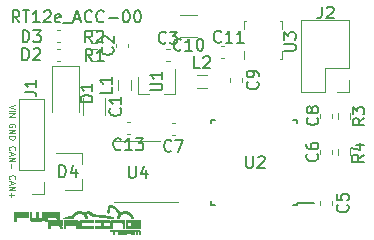
<source format=gbr>
%TF.GenerationSoftware,KiCad,Pcbnew,(5.1.9)-1*%
%TF.CreationDate,2021-03-08T23:04:16+01:00*%
%TF.ProjectId,RT12e_ELE_ACC-00,52543132-655f-4454-9c45-5f4143432d30,rev?*%
%TF.SameCoordinates,Original*%
%TF.FileFunction,Legend,Top*%
%TF.FilePolarity,Positive*%
%FSLAX46Y46*%
G04 Gerber Fmt 4.6, Leading zero omitted, Abs format (unit mm)*
G04 Created by KiCad (PCBNEW (5.1.9)-1) date 2021-03-08 23:04:16*
%MOMM*%
%LPD*%
G01*
G04 APERTURE LIST*
%ADD10C,0.150000*%
%ADD11C,0.050000*%
%ADD12C,0.120000*%
%ADD13C,0.010000*%
G04 APERTURE END LIST*
D10*
X136949466Y-82113380D02*
X136616133Y-81637190D01*
X136378038Y-82113380D02*
X136378038Y-81113380D01*
X136758990Y-81113380D01*
X136854228Y-81161000D01*
X136901847Y-81208619D01*
X136949466Y-81303857D01*
X136949466Y-81446714D01*
X136901847Y-81541952D01*
X136854228Y-81589571D01*
X136758990Y-81637190D01*
X136378038Y-81637190D01*
X137235180Y-81113380D02*
X137806609Y-81113380D01*
X137520895Y-82113380D02*
X137520895Y-81113380D01*
X138663752Y-82113380D02*
X138092323Y-82113380D01*
X138378038Y-82113380D02*
X138378038Y-81113380D01*
X138282800Y-81256238D01*
X138187561Y-81351476D01*
X138092323Y-81399095D01*
X139044704Y-81208619D02*
X139092323Y-81161000D01*
X139187561Y-81113380D01*
X139425657Y-81113380D01*
X139520895Y-81161000D01*
X139568514Y-81208619D01*
X139616133Y-81303857D01*
X139616133Y-81399095D01*
X139568514Y-81541952D01*
X138997085Y-82113380D01*
X139616133Y-82113380D01*
X140425657Y-82065761D02*
X140330419Y-82113380D01*
X140139942Y-82113380D01*
X140044704Y-82065761D01*
X139997085Y-81970523D01*
X139997085Y-81589571D01*
X140044704Y-81494333D01*
X140139942Y-81446714D01*
X140330419Y-81446714D01*
X140425657Y-81494333D01*
X140473276Y-81589571D01*
X140473276Y-81684809D01*
X139997085Y-81780047D01*
X140663752Y-82208619D02*
X141425657Y-82208619D01*
X141616133Y-81827666D02*
X142092323Y-81827666D01*
X141520895Y-82113380D02*
X141854228Y-81113380D01*
X142187561Y-82113380D01*
X143092323Y-82018142D02*
X143044704Y-82065761D01*
X142901847Y-82113380D01*
X142806609Y-82113380D01*
X142663752Y-82065761D01*
X142568514Y-81970523D01*
X142520895Y-81875285D01*
X142473276Y-81684809D01*
X142473276Y-81541952D01*
X142520895Y-81351476D01*
X142568514Y-81256238D01*
X142663752Y-81161000D01*
X142806609Y-81113380D01*
X142901847Y-81113380D01*
X143044704Y-81161000D01*
X143092323Y-81208619D01*
X144092323Y-82018142D02*
X144044704Y-82065761D01*
X143901847Y-82113380D01*
X143806609Y-82113380D01*
X143663752Y-82065761D01*
X143568514Y-81970523D01*
X143520895Y-81875285D01*
X143473276Y-81684809D01*
X143473276Y-81541952D01*
X143520895Y-81351476D01*
X143568514Y-81256238D01*
X143663752Y-81161000D01*
X143806609Y-81113380D01*
X143901847Y-81113380D01*
X144044704Y-81161000D01*
X144092323Y-81208619D01*
X144520895Y-81732428D02*
X145282800Y-81732428D01*
X145949466Y-81113380D02*
X146044704Y-81113380D01*
X146139942Y-81161000D01*
X146187561Y-81208619D01*
X146235180Y-81303857D01*
X146282800Y-81494333D01*
X146282800Y-81732428D01*
X146235180Y-81922904D01*
X146187561Y-82018142D01*
X146139942Y-82065761D01*
X146044704Y-82113380D01*
X145949466Y-82113380D01*
X145854228Y-82065761D01*
X145806609Y-82018142D01*
X145758990Y-81922904D01*
X145711371Y-81732428D01*
X145711371Y-81494333D01*
X145758990Y-81303857D01*
X145806609Y-81208619D01*
X145854228Y-81161000D01*
X145949466Y-81113380D01*
X146901847Y-81113380D02*
X146997085Y-81113380D01*
X147092323Y-81161000D01*
X147139942Y-81208619D01*
X147187561Y-81303857D01*
X147235180Y-81494333D01*
X147235180Y-81732428D01*
X147187561Y-81922904D01*
X147139942Y-82018142D01*
X147092323Y-82065761D01*
X146997085Y-82113380D01*
X146901847Y-82113380D01*
X146806609Y-82065761D01*
X146758990Y-82018142D01*
X146711371Y-81922904D01*
X146663752Y-81732428D01*
X146663752Y-81494333D01*
X146711371Y-81303857D01*
X146758990Y-81208619D01*
X146806609Y-81161000D01*
X146901847Y-81113380D01*
D11*
X136595609Y-89087819D02*
X136095609Y-89254485D01*
X136595609Y-89421152D01*
X136095609Y-89587819D02*
X136595609Y-89587819D01*
X136095609Y-89825914D02*
X136595609Y-89825914D01*
X136095609Y-90111628D01*
X136595609Y-90111628D01*
X136571800Y-90992580D02*
X136595609Y-90944961D01*
X136595609Y-90873533D01*
X136571800Y-90802104D01*
X136524180Y-90754485D01*
X136476561Y-90730676D01*
X136381323Y-90706866D01*
X136309895Y-90706866D01*
X136214657Y-90730676D01*
X136167038Y-90754485D01*
X136119419Y-90802104D01*
X136095609Y-90873533D01*
X136095609Y-90921152D01*
X136119419Y-90992580D01*
X136143228Y-91016390D01*
X136309895Y-91016390D01*
X136309895Y-90921152D01*
X136095609Y-91230676D02*
X136595609Y-91230676D01*
X136095609Y-91516390D01*
X136595609Y-91516390D01*
X136095609Y-91754485D02*
X136595609Y-91754485D01*
X136595609Y-91873533D01*
X136571800Y-91944961D01*
X136524180Y-91992580D01*
X136476561Y-92016390D01*
X136381323Y-92040200D01*
X136309895Y-92040200D01*
X136214657Y-92016390D01*
X136167038Y-91992580D01*
X136119419Y-91944961D01*
X136095609Y-91873533D01*
X136095609Y-91754485D01*
X136143228Y-92921152D02*
X136119419Y-92897342D01*
X136095609Y-92825914D01*
X136095609Y-92778295D01*
X136119419Y-92706866D01*
X136167038Y-92659247D01*
X136214657Y-92635438D01*
X136309895Y-92611628D01*
X136381323Y-92611628D01*
X136476561Y-92635438D01*
X136524180Y-92659247D01*
X136571800Y-92706866D01*
X136595609Y-92778295D01*
X136595609Y-92825914D01*
X136571800Y-92897342D01*
X136547990Y-92921152D01*
X136238466Y-93111628D02*
X136238466Y-93349723D01*
X136095609Y-93064009D02*
X136595609Y-93230676D01*
X136095609Y-93397342D01*
X136095609Y-93564009D02*
X136595609Y-93564009D01*
X136095609Y-93849723D01*
X136595609Y-93849723D01*
X136286085Y-94087819D02*
X136286085Y-94468771D01*
X136143228Y-95373533D02*
X136119419Y-95349723D01*
X136095609Y-95278295D01*
X136095609Y-95230676D01*
X136119419Y-95159247D01*
X136167038Y-95111628D01*
X136214657Y-95087819D01*
X136309895Y-95064009D01*
X136381323Y-95064009D01*
X136476561Y-95087819D01*
X136524180Y-95111628D01*
X136571800Y-95159247D01*
X136595609Y-95230676D01*
X136595609Y-95278295D01*
X136571800Y-95349723D01*
X136547990Y-95373533D01*
X136238466Y-95564009D02*
X136238466Y-95802104D01*
X136095609Y-95516390D02*
X136595609Y-95683057D01*
X136095609Y-95849723D01*
X136095609Y-96016390D02*
X136595609Y-96016390D01*
X136095609Y-96302104D01*
X136595609Y-96302104D01*
X136286085Y-96540200D02*
X136286085Y-96921152D01*
X136095609Y-96730676D02*
X136476561Y-96730676D01*
D12*
%TO.C,U3*%
X155946200Y-82681800D02*
X155946200Y-82006800D01*
X155946200Y-82006800D02*
X156121200Y-82006800D01*
X159166200Y-84551800D02*
X159166200Y-85226800D01*
X159166200Y-85226800D02*
X158991200Y-85226800D01*
X159166200Y-82681800D02*
X159166200Y-82006800D01*
X159166200Y-82006800D02*
X158991200Y-82006800D01*
X155946200Y-84551800D02*
X155946200Y-85226800D01*
%TO.C,C2*%
X145159000Y-84214580D02*
X145159000Y-83933420D01*
X146179000Y-84214580D02*
X146179000Y-83933420D01*
D13*
%TO.C,Ref\u002A\u002A*%
G36*
X144638535Y-97560462D02*
G01*
X144704021Y-97573081D01*
X144771098Y-97594461D01*
X144840834Y-97624887D01*
X144852772Y-97630849D01*
X144886473Y-97648323D01*
X144914942Y-97664074D01*
X144940945Y-97679837D01*
X144967247Y-97697350D01*
X144996613Y-97718347D01*
X145021300Y-97736668D01*
X145087846Y-97789680D01*
X145152399Y-97847180D01*
X145213522Y-97907652D01*
X145269778Y-97969575D01*
X145319732Y-98031433D01*
X145361947Y-98091707D01*
X145371311Y-98106657D01*
X145382809Y-98125301D01*
X145394628Y-98144162D01*
X145400395Y-98153220D01*
X145409371Y-98167637D01*
X145421061Y-98187033D01*
X145433150Y-98207558D01*
X145434849Y-98210486D01*
X145447294Y-98230362D01*
X145456559Y-98241595D01*
X145462286Y-98243821D01*
X145469076Y-98239549D01*
X145482046Y-98231219D01*
X145498869Y-98220330D01*
X145506440Y-98215409D01*
X145571838Y-98177818D01*
X145640261Y-98148500D01*
X145713053Y-98127008D01*
X145791560Y-98112893D01*
X145824617Y-98109234D01*
X145894124Y-98106566D01*
X145965009Y-98110927D01*
X146035248Y-98121897D01*
X146102816Y-98139055D01*
X146165689Y-98161979D01*
X146221842Y-98190249D01*
X146225980Y-98192727D01*
X146297323Y-98241219D01*
X146360237Y-98295150D01*
X146415158Y-98354994D01*
X146462523Y-98421227D01*
X146502767Y-98494326D01*
X146502957Y-98494724D01*
X146511858Y-98515259D01*
X146521689Y-98541181D01*
X146531788Y-98570343D01*
X146541492Y-98600600D01*
X146550135Y-98629809D01*
X146557055Y-98655823D01*
X146561588Y-98676498D01*
X146563080Y-98689039D01*
X146560374Y-98701068D01*
X146555044Y-98706396D01*
X146547029Y-98707595D01*
X146531156Y-98708576D01*
X146509727Y-98709238D01*
X146485182Y-98709480D01*
X146423355Y-98709479D01*
X146402365Y-98654870D01*
X146385724Y-98612208D01*
X146371472Y-98577406D01*
X146358714Y-98548708D01*
X146346558Y-98524360D01*
X146334108Y-98502605D01*
X146320472Y-98481688D01*
X146304756Y-98459854D01*
X146299560Y-98452940D01*
X146268135Y-98417673D01*
X146228424Y-98383205D01*
X146182285Y-98350862D01*
X146131578Y-98321974D01*
X146088100Y-98301880D01*
X146025576Y-98278469D01*
X145968022Y-98262639D01*
X145913638Y-98254396D01*
X145860626Y-98253743D01*
X145807185Y-98260687D01*
X145751518Y-98275231D01*
X145691824Y-98297380D01*
X145678705Y-98302956D01*
X145646318Y-98317319D01*
X145620991Y-98329457D01*
X145600261Y-98340693D01*
X145581669Y-98352350D01*
X145564860Y-98364202D01*
X145515857Y-98403740D01*
X145473742Y-98445859D01*
X145437367Y-98492151D01*
X145405586Y-98544208D01*
X145377252Y-98603622D01*
X145359092Y-98649790D01*
X145337253Y-98709480D01*
X145273256Y-98709078D01*
X145248366Y-98708731D01*
X145226931Y-98708073D01*
X145211131Y-98707198D01*
X145203141Y-98706196D01*
X145202910Y-98706115D01*
X145197876Y-98699587D01*
X145196560Y-98692085D01*
X145197609Y-98682311D01*
X145200385Y-98665448D01*
X145204322Y-98644310D01*
X145208861Y-98621708D01*
X145213438Y-98600452D01*
X145217491Y-98583356D01*
X145220171Y-98574004D01*
X145228366Y-98553900D01*
X145240596Y-98527715D01*
X145255535Y-98498000D01*
X145271857Y-98467303D01*
X145288237Y-98438176D01*
X145303348Y-98413168D01*
X145305742Y-98409438D01*
X145321638Y-98384207D01*
X145331969Y-98365708D01*
X145337271Y-98352550D01*
X145338084Y-98343342D01*
X145334943Y-98336692D01*
X145334180Y-98335845D01*
X145330021Y-98329654D01*
X145322228Y-98316502D01*
X145311959Y-98298388D01*
X145301615Y-98279601D01*
X145242333Y-98180038D01*
X145177224Y-98088768D01*
X145106307Y-98005807D01*
X145029597Y-97931174D01*
X144947113Y-97864886D01*
X144858873Y-97806960D01*
X144794866Y-97771991D01*
X144778955Y-97764676D01*
X144757219Y-97755666D01*
X144731593Y-97745658D01*
X144704013Y-97735349D01*
X144676414Y-97725435D01*
X144650730Y-97716613D01*
X144628896Y-97709580D01*
X144612848Y-97705032D01*
X144605044Y-97703640D01*
X144599805Y-97708467D01*
X144593179Y-97722222D01*
X144585461Y-97743811D01*
X144576947Y-97772141D01*
X144567933Y-97806121D01*
X144558715Y-97844657D01*
X144549588Y-97886657D01*
X144540849Y-97931028D01*
X144535593Y-97960180D01*
X144533681Y-97975170D01*
X144531630Y-97998028D01*
X144529605Y-98026467D01*
X144527770Y-98058198D01*
X144526436Y-98087212D01*
X144524446Y-98129164D01*
X144521895Y-98162003D01*
X144518281Y-98186778D01*
X144513103Y-98204536D01*
X144505860Y-98216325D01*
X144496050Y-98223193D01*
X144483172Y-98226188D01*
X144466725Y-98226356D01*
X144460060Y-98225944D01*
X144443361Y-98222498D01*
X144431213Y-98213999D01*
X144422523Y-98198966D01*
X144416199Y-98175914D01*
X144413970Y-98163380D01*
X144410949Y-98128415D01*
X144411548Y-98084518D01*
X144415736Y-98032237D01*
X144423486Y-97972122D01*
X144424523Y-97965260D01*
X144429254Y-97934342D01*
X144434457Y-97900291D01*
X144439369Y-97868108D01*
X144441982Y-97850960D01*
X144449315Y-97810971D01*
X144459511Y-97766812D01*
X144471759Y-97721301D01*
X144485245Y-97677258D01*
X144499155Y-97637503D01*
X144512678Y-97604855D01*
X144513400Y-97603310D01*
X144535515Y-97556320D01*
X144573570Y-97556320D01*
X144638535Y-97560462D01*
G37*
X144638535Y-97560462D02*
X144704021Y-97573081D01*
X144771098Y-97594461D01*
X144840834Y-97624887D01*
X144852772Y-97630849D01*
X144886473Y-97648323D01*
X144914942Y-97664074D01*
X144940945Y-97679837D01*
X144967247Y-97697350D01*
X144996613Y-97718347D01*
X145021300Y-97736668D01*
X145087846Y-97789680D01*
X145152399Y-97847180D01*
X145213522Y-97907652D01*
X145269778Y-97969575D01*
X145319732Y-98031433D01*
X145361947Y-98091707D01*
X145371311Y-98106657D01*
X145382809Y-98125301D01*
X145394628Y-98144162D01*
X145400395Y-98153220D01*
X145409371Y-98167637D01*
X145421061Y-98187033D01*
X145433150Y-98207558D01*
X145434849Y-98210486D01*
X145447294Y-98230362D01*
X145456559Y-98241595D01*
X145462286Y-98243821D01*
X145469076Y-98239549D01*
X145482046Y-98231219D01*
X145498869Y-98220330D01*
X145506440Y-98215409D01*
X145571838Y-98177818D01*
X145640261Y-98148500D01*
X145713053Y-98127008D01*
X145791560Y-98112893D01*
X145824617Y-98109234D01*
X145894124Y-98106566D01*
X145965009Y-98110927D01*
X146035248Y-98121897D01*
X146102816Y-98139055D01*
X146165689Y-98161979D01*
X146221842Y-98190249D01*
X146225980Y-98192727D01*
X146297323Y-98241219D01*
X146360237Y-98295150D01*
X146415158Y-98354994D01*
X146462523Y-98421227D01*
X146502767Y-98494326D01*
X146502957Y-98494724D01*
X146511858Y-98515259D01*
X146521689Y-98541181D01*
X146531788Y-98570343D01*
X146541492Y-98600600D01*
X146550135Y-98629809D01*
X146557055Y-98655823D01*
X146561588Y-98676498D01*
X146563080Y-98689039D01*
X146560374Y-98701068D01*
X146555044Y-98706396D01*
X146547029Y-98707595D01*
X146531156Y-98708576D01*
X146509727Y-98709238D01*
X146485182Y-98709480D01*
X146423355Y-98709479D01*
X146402365Y-98654870D01*
X146385724Y-98612208D01*
X146371472Y-98577406D01*
X146358714Y-98548708D01*
X146346558Y-98524360D01*
X146334108Y-98502605D01*
X146320472Y-98481688D01*
X146304756Y-98459854D01*
X146299560Y-98452940D01*
X146268135Y-98417673D01*
X146228424Y-98383205D01*
X146182285Y-98350862D01*
X146131578Y-98321974D01*
X146088100Y-98301880D01*
X146025576Y-98278469D01*
X145968022Y-98262639D01*
X145913638Y-98254396D01*
X145860626Y-98253743D01*
X145807185Y-98260687D01*
X145751518Y-98275231D01*
X145691824Y-98297380D01*
X145678705Y-98302956D01*
X145646318Y-98317319D01*
X145620991Y-98329457D01*
X145600261Y-98340693D01*
X145581669Y-98352350D01*
X145564860Y-98364202D01*
X145515857Y-98403740D01*
X145473742Y-98445859D01*
X145437367Y-98492151D01*
X145405586Y-98544208D01*
X145377252Y-98603622D01*
X145359092Y-98649790D01*
X145337253Y-98709480D01*
X145273256Y-98709078D01*
X145248366Y-98708731D01*
X145226931Y-98708073D01*
X145211131Y-98707198D01*
X145203141Y-98706196D01*
X145202910Y-98706115D01*
X145197876Y-98699587D01*
X145196560Y-98692085D01*
X145197609Y-98682311D01*
X145200385Y-98665448D01*
X145204322Y-98644310D01*
X145208861Y-98621708D01*
X145213438Y-98600452D01*
X145217491Y-98583356D01*
X145220171Y-98574004D01*
X145228366Y-98553900D01*
X145240596Y-98527715D01*
X145255535Y-98498000D01*
X145271857Y-98467303D01*
X145288237Y-98438176D01*
X145303348Y-98413168D01*
X145305742Y-98409438D01*
X145321638Y-98384207D01*
X145331969Y-98365708D01*
X145337271Y-98352550D01*
X145338084Y-98343342D01*
X145334943Y-98336692D01*
X145334180Y-98335845D01*
X145330021Y-98329654D01*
X145322228Y-98316502D01*
X145311959Y-98298388D01*
X145301615Y-98279601D01*
X145242333Y-98180038D01*
X145177224Y-98088768D01*
X145106307Y-98005807D01*
X145029597Y-97931174D01*
X144947113Y-97864886D01*
X144858873Y-97806960D01*
X144794866Y-97771991D01*
X144778955Y-97764676D01*
X144757219Y-97755666D01*
X144731593Y-97745658D01*
X144704013Y-97735349D01*
X144676414Y-97725435D01*
X144650730Y-97716613D01*
X144628896Y-97709580D01*
X144612848Y-97705032D01*
X144605044Y-97703640D01*
X144599805Y-97708467D01*
X144593179Y-97722222D01*
X144585461Y-97743811D01*
X144576947Y-97772141D01*
X144567933Y-97806121D01*
X144558715Y-97844657D01*
X144549588Y-97886657D01*
X144540849Y-97931028D01*
X144535593Y-97960180D01*
X144533681Y-97975170D01*
X144531630Y-97998028D01*
X144529605Y-98026467D01*
X144527770Y-98058198D01*
X144526436Y-98087212D01*
X144524446Y-98129164D01*
X144521895Y-98162003D01*
X144518281Y-98186778D01*
X144513103Y-98204536D01*
X144505860Y-98216325D01*
X144496050Y-98223193D01*
X144483172Y-98226188D01*
X144466725Y-98226356D01*
X144460060Y-98225944D01*
X144443361Y-98222498D01*
X144431213Y-98213999D01*
X144422523Y-98198966D01*
X144416199Y-98175914D01*
X144413970Y-98163380D01*
X144410949Y-98128415D01*
X144411548Y-98084518D01*
X144415736Y-98032237D01*
X144423486Y-97972122D01*
X144424523Y-97965260D01*
X144429254Y-97934342D01*
X144434457Y-97900291D01*
X144439369Y-97868108D01*
X144441982Y-97850960D01*
X144449315Y-97810971D01*
X144459511Y-97766812D01*
X144471759Y-97721301D01*
X144485245Y-97677258D01*
X144499155Y-97637503D01*
X144512678Y-97604855D01*
X144513400Y-97603310D01*
X144535515Y-97556320D01*
X144573570Y-97556320D01*
X144638535Y-97560462D01*
G36*
X142808969Y-98125664D02*
G01*
X142821650Y-98127688D01*
X142850963Y-98133981D01*
X142877173Y-98142206D01*
X142902106Y-98153375D01*
X142927588Y-98168503D01*
X142955445Y-98188605D01*
X142987504Y-98214694D01*
X143004426Y-98229212D01*
X143044138Y-98262479D01*
X143081285Y-98290629D01*
X143117324Y-98314219D01*
X143153712Y-98333808D01*
X143191906Y-98349954D01*
X143233363Y-98363216D01*
X143279540Y-98374150D01*
X143331895Y-98383317D01*
X143391884Y-98391274D01*
X143441420Y-98396648D01*
X143483482Y-98400611D01*
X143533697Y-98404856D01*
X143590068Y-98409239D01*
X143650595Y-98413616D01*
X143713280Y-98417842D01*
X143776127Y-98421771D01*
X143835009Y-98425145D01*
X143931682Y-98432000D01*
X144034897Y-98442241D01*
X144141764Y-98455474D01*
X144249394Y-98471303D01*
X144354899Y-98489334D01*
X144455389Y-98509172D01*
X144465040Y-98511237D01*
X144489700Y-98516500D01*
X144515090Y-98521828D01*
X144536247Y-98526183D01*
X144538700Y-98526677D01*
X144568356Y-98533623D01*
X144603476Y-98543442D01*
X144642299Y-98555494D01*
X144683065Y-98569139D01*
X144724011Y-98583736D01*
X144763378Y-98598644D01*
X144799404Y-98613223D01*
X144830328Y-98626833D01*
X144854390Y-98638833D01*
X144865772Y-98645639D01*
X144880567Y-98657254D01*
X144892587Y-98669594D01*
X144896705Y-98675498D01*
X144901440Y-98685918D01*
X144899952Y-98692620D01*
X144892467Y-98699628D01*
X144888288Y-98702593D01*
X144883019Y-98704893D01*
X144875421Y-98706610D01*
X144864254Y-98707823D01*
X144848278Y-98708613D01*
X144826254Y-98709062D01*
X144796942Y-98709250D01*
X144759103Y-98709259D01*
X144745147Y-98709237D01*
X144703965Y-98709114D01*
X144671380Y-98708839D01*
X144645831Y-98708299D01*
X144625756Y-98707387D01*
X144609591Y-98705992D01*
X144595776Y-98704003D01*
X144582748Y-98701312D01*
X144568944Y-98697807D01*
X144564100Y-98696494D01*
X144488658Y-98676747D01*
X144412988Y-98658609D01*
X144339049Y-98642486D01*
X144268801Y-98628786D01*
X144204204Y-98617913D01*
X144149371Y-98610519D01*
X144123161Y-98607450D01*
X144089996Y-98603448D01*
X144052997Y-98598893D01*
X144015285Y-98594171D01*
X143987520Y-98590636D01*
X143906202Y-98580753D01*
X143818818Y-98571142D01*
X143728899Y-98562147D01*
X143639975Y-98554112D01*
X143555578Y-98547380D01*
X143512540Y-98544369D01*
X143439114Y-98539198D01*
X143374945Y-98533927D01*
X143319128Y-98528417D01*
X143270762Y-98522529D01*
X143228941Y-98516128D01*
X143192764Y-98509074D01*
X143161325Y-98501230D01*
X143133722Y-98492459D01*
X143109814Y-98482959D01*
X143086832Y-98471269D01*
X143058325Y-98454326D01*
X143026424Y-98433556D01*
X142993259Y-98410387D01*
X142960963Y-98386245D01*
X142938500Y-98368281D01*
X142890219Y-98330145D01*
X142847647Y-98300368D01*
X142810750Y-98278924D01*
X142802404Y-98274860D01*
X142780156Y-98266580D01*
X142757451Y-98262958D01*
X142732165Y-98264080D01*
X142702172Y-98270029D01*
X142667413Y-98280220D01*
X142644137Y-98287404D01*
X142623367Y-98293197D01*
X142607615Y-98296934D01*
X142600150Y-98297999D01*
X142589985Y-98294766D01*
X142574503Y-98285907D01*
X142555855Y-98272685D01*
X142552373Y-98269975D01*
X142531382Y-98253902D01*
X142508680Y-98237286D01*
X142488735Y-98223387D01*
X142486380Y-98221818D01*
X142465875Y-98208174D01*
X142453063Y-98198940D01*
X142447176Y-98192902D01*
X142447444Y-98188847D01*
X142453098Y-98185561D01*
X142461470Y-98182499D01*
X142543946Y-98156158D01*
X142620035Y-98137288D01*
X142689635Y-98125906D01*
X142752647Y-98122026D01*
X142808969Y-98125664D01*
G37*
X142808969Y-98125664D02*
X142821650Y-98127688D01*
X142850963Y-98133981D01*
X142877173Y-98142206D01*
X142902106Y-98153375D01*
X142927588Y-98168503D01*
X142955445Y-98188605D01*
X142987504Y-98214694D01*
X143004426Y-98229212D01*
X143044138Y-98262479D01*
X143081285Y-98290629D01*
X143117324Y-98314219D01*
X143153712Y-98333808D01*
X143191906Y-98349954D01*
X143233363Y-98363216D01*
X143279540Y-98374150D01*
X143331895Y-98383317D01*
X143391884Y-98391274D01*
X143441420Y-98396648D01*
X143483482Y-98400611D01*
X143533697Y-98404856D01*
X143590068Y-98409239D01*
X143650595Y-98413616D01*
X143713280Y-98417842D01*
X143776127Y-98421771D01*
X143835009Y-98425145D01*
X143931682Y-98432000D01*
X144034897Y-98442241D01*
X144141764Y-98455474D01*
X144249394Y-98471303D01*
X144354899Y-98489334D01*
X144455389Y-98509172D01*
X144465040Y-98511237D01*
X144489700Y-98516500D01*
X144515090Y-98521828D01*
X144536247Y-98526183D01*
X144538700Y-98526677D01*
X144568356Y-98533623D01*
X144603476Y-98543442D01*
X144642299Y-98555494D01*
X144683065Y-98569139D01*
X144724011Y-98583736D01*
X144763378Y-98598644D01*
X144799404Y-98613223D01*
X144830328Y-98626833D01*
X144854390Y-98638833D01*
X144865772Y-98645639D01*
X144880567Y-98657254D01*
X144892587Y-98669594D01*
X144896705Y-98675498D01*
X144901440Y-98685918D01*
X144899952Y-98692620D01*
X144892467Y-98699628D01*
X144888288Y-98702593D01*
X144883019Y-98704893D01*
X144875421Y-98706610D01*
X144864254Y-98707823D01*
X144848278Y-98708613D01*
X144826254Y-98709062D01*
X144796942Y-98709250D01*
X144759103Y-98709259D01*
X144745147Y-98709237D01*
X144703965Y-98709114D01*
X144671380Y-98708839D01*
X144645831Y-98708299D01*
X144625756Y-98707387D01*
X144609591Y-98705992D01*
X144595776Y-98704003D01*
X144582748Y-98701312D01*
X144568944Y-98697807D01*
X144564100Y-98696494D01*
X144488658Y-98676747D01*
X144412988Y-98658609D01*
X144339049Y-98642486D01*
X144268801Y-98628786D01*
X144204204Y-98617913D01*
X144149371Y-98610519D01*
X144123161Y-98607450D01*
X144089996Y-98603448D01*
X144052997Y-98598893D01*
X144015285Y-98594171D01*
X143987520Y-98590636D01*
X143906202Y-98580753D01*
X143818818Y-98571142D01*
X143728899Y-98562147D01*
X143639975Y-98554112D01*
X143555578Y-98547380D01*
X143512540Y-98544369D01*
X143439114Y-98539198D01*
X143374945Y-98533927D01*
X143319128Y-98528417D01*
X143270762Y-98522529D01*
X143228941Y-98516128D01*
X143192764Y-98509074D01*
X143161325Y-98501230D01*
X143133722Y-98492459D01*
X143109814Y-98482959D01*
X143086832Y-98471269D01*
X143058325Y-98454326D01*
X143026424Y-98433556D01*
X142993259Y-98410387D01*
X142960963Y-98386245D01*
X142938500Y-98368281D01*
X142890219Y-98330145D01*
X142847647Y-98300368D01*
X142810750Y-98278924D01*
X142802404Y-98274860D01*
X142780156Y-98266580D01*
X142757451Y-98262958D01*
X142732165Y-98264080D01*
X142702172Y-98270029D01*
X142667413Y-98280220D01*
X142644137Y-98287404D01*
X142623367Y-98293197D01*
X142607615Y-98296934D01*
X142600150Y-98297999D01*
X142589985Y-98294766D01*
X142574503Y-98285907D01*
X142555855Y-98272685D01*
X142552373Y-98269975D01*
X142531382Y-98253902D01*
X142508680Y-98237286D01*
X142488735Y-98223387D01*
X142486380Y-98221818D01*
X142465875Y-98208174D01*
X142453063Y-98198940D01*
X142447176Y-98192902D01*
X142447444Y-98188847D01*
X142453098Y-98185561D01*
X142461470Y-98182499D01*
X142543946Y-98156158D01*
X142620035Y-98137288D01*
X142689635Y-98125906D01*
X142752647Y-98122026D01*
X142808969Y-98125664D01*
G36*
X142071575Y-98107122D02*
G01*
X142153465Y-98117119D01*
X142231772Y-98136602D01*
X142306594Y-98165610D01*
X142378034Y-98204182D01*
X142446192Y-98252357D01*
X142511168Y-98310175D01*
X142511698Y-98310700D01*
X142562264Y-98365936D01*
X142606077Y-98424522D01*
X142642386Y-98485163D01*
X142670438Y-98546568D01*
X142689479Y-98607443D01*
X142692512Y-98621269D01*
X142698452Y-98653361D01*
X142701491Y-98676835D01*
X142701652Y-98692803D01*
X142698957Y-98702377D01*
X142694244Y-98706396D01*
X142686185Y-98707612D01*
X142670314Y-98708602D01*
X142648980Y-98709260D01*
X142626208Y-98709480D01*
X142597909Y-98709115D01*
X142578722Y-98707951D01*
X142567621Y-98705884D01*
X142563682Y-98703130D01*
X142543517Y-98652893D01*
X142526204Y-98610959D01*
X142511143Y-98576074D01*
X142497735Y-98546984D01*
X142485381Y-98522435D01*
X142473483Y-98501175D01*
X142461442Y-98481948D01*
X142450321Y-98465812D01*
X142414568Y-98423383D01*
X142370423Y-98383546D01*
X142319571Y-98347609D01*
X142263698Y-98316879D01*
X142250160Y-98310617D01*
X142185747Y-98284625D01*
X142126103Y-98266576D01*
X142069885Y-98256295D01*
X142015751Y-98253609D01*
X141962357Y-98258343D01*
X141918321Y-98267604D01*
X141891276Y-98275889D01*
X141858546Y-98287744D01*
X141823352Y-98301843D01*
X141788911Y-98316861D01*
X141758444Y-98331473D01*
X141742555Y-98339977D01*
X141717031Y-98356237D01*
X141688550Y-98377216D01*
X141659877Y-98400630D01*
X141633775Y-98424191D01*
X141613010Y-98445614D01*
X141608772Y-98450618D01*
X141592958Y-98471093D01*
X141576684Y-98493952D01*
X141561396Y-98516969D01*
X141548535Y-98537918D01*
X141539546Y-98554574D01*
X141536428Y-98562160D01*
X141532060Y-98573621D01*
X141524821Y-98589962D01*
X141518663Y-98602800D01*
X141510127Y-98622146D01*
X141501019Y-98646184D01*
X141493288Y-98669760D01*
X141493185Y-98670110D01*
X141481599Y-98709480D01*
X141417569Y-98708890D01*
X141392311Y-98708479D01*
X141370153Y-98707786D01*
X141353406Y-98706907D01*
X141344378Y-98705937D01*
X141344143Y-98705880D01*
X141338565Y-98703015D01*
X141336635Y-98696456D01*
X141337711Y-98683372D01*
X141338219Y-98679800D01*
X141342512Y-98659204D01*
X141350003Y-98631890D01*
X141359815Y-98600444D01*
X141371072Y-98567457D01*
X141382896Y-98535514D01*
X141394411Y-98507206D01*
X141403017Y-98488500D01*
X141442913Y-98418274D01*
X141489416Y-98353722D01*
X141541724Y-98295533D01*
X141599034Y-98244396D01*
X141660541Y-98201000D01*
X141725444Y-98166036D01*
X141792938Y-98140192D01*
X141816580Y-98133542D01*
X141852494Y-98124612D01*
X141881665Y-98118077D01*
X141907093Y-98113461D01*
X141931782Y-98110285D01*
X141958732Y-98108071D01*
X141986000Y-98106573D01*
X142071575Y-98107122D01*
G37*
X142071575Y-98107122D02*
X142153465Y-98117119D01*
X142231772Y-98136602D01*
X142306594Y-98165610D01*
X142378034Y-98204182D01*
X142446192Y-98252357D01*
X142511168Y-98310175D01*
X142511698Y-98310700D01*
X142562264Y-98365936D01*
X142606077Y-98424522D01*
X142642386Y-98485163D01*
X142670438Y-98546568D01*
X142689479Y-98607443D01*
X142692512Y-98621269D01*
X142698452Y-98653361D01*
X142701491Y-98676835D01*
X142701652Y-98692803D01*
X142698957Y-98702377D01*
X142694244Y-98706396D01*
X142686185Y-98707612D01*
X142670314Y-98708602D01*
X142648980Y-98709260D01*
X142626208Y-98709480D01*
X142597909Y-98709115D01*
X142578722Y-98707951D01*
X142567621Y-98705884D01*
X142563682Y-98703130D01*
X142543517Y-98652893D01*
X142526204Y-98610959D01*
X142511143Y-98576074D01*
X142497735Y-98546984D01*
X142485381Y-98522435D01*
X142473483Y-98501175D01*
X142461442Y-98481948D01*
X142450321Y-98465812D01*
X142414568Y-98423383D01*
X142370423Y-98383546D01*
X142319571Y-98347609D01*
X142263698Y-98316879D01*
X142250160Y-98310617D01*
X142185747Y-98284625D01*
X142126103Y-98266576D01*
X142069885Y-98256295D01*
X142015751Y-98253609D01*
X141962357Y-98258343D01*
X141918321Y-98267604D01*
X141891276Y-98275889D01*
X141858546Y-98287744D01*
X141823352Y-98301843D01*
X141788911Y-98316861D01*
X141758444Y-98331473D01*
X141742555Y-98339977D01*
X141717031Y-98356237D01*
X141688550Y-98377216D01*
X141659877Y-98400630D01*
X141633775Y-98424191D01*
X141613010Y-98445614D01*
X141608772Y-98450618D01*
X141592958Y-98471093D01*
X141576684Y-98493952D01*
X141561396Y-98516969D01*
X141548535Y-98537918D01*
X141539546Y-98554574D01*
X141536428Y-98562160D01*
X141532060Y-98573621D01*
X141524821Y-98589962D01*
X141518663Y-98602800D01*
X141510127Y-98622146D01*
X141501019Y-98646184D01*
X141493288Y-98669760D01*
X141493185Y-98670110D01*
X141481599Y-98709480D01*
X141417569Y-98708890D01*
X141392311Y-98708479D01*
X141370153Y-98707786D01*
X141353406Y-98706907D01*
X141344378Y-98705937D01*
X141344143Y-98705880D01*
X141338565Y-98703015D01*
X141336635Y-98696456D01*
X141337711Y-98683372D01*
X141338219Y-98679800D01*
X141342512Y-98659204D01*
X141350003Y-98631890D01*
X141359815Y-98600444D01*
X141371072Y-98567457D01*
X141382896Y-98535514D01*
X141394411Y-98507206D01*
X141403017Y-98488500D01*
X141442913Y-98418274D01*
X141489416Y-98353722D01*
X141541724Y-98295533D01*
X141599034Y-98244396D01*
X141660541Y-98201000D01*
X141725444Y-98166036D01*
X141792938Y-98140192D01*
X141816580Y-98133542D01*
X141852494Y-98124612D01*
X141881665Y-98118077D01*
X141907093Y-98113461D01*
X141931782Y-98110285D01*
X141958732Y-98108071D01*
X141986000Y-98106573D01*
X142071575Y-98107122D01*
G36*
X141358947Y-98472164D02*
G01*
X141361146Y-98475532D01*
X141361160Y-98475944D01*
X141359018Y-98482932D01*
X141353437Y-98495948D01*
X141346582Y-98510234D01*
X141338247Y-98527729D01*
X141331529Y-98543396D01*
X141328461Y-98552000D01*
X141324917Y-98562652D01*
X141318709Y-98579466D01*
X141311041Y-98599206D01*
X141309222Y-98603758D01*
X141301309Y-98622939D01*
X141295325Y-98634731D01*
X141289491Y-98641205D01*
X141282027Y-98644430D01*
X141272733Y-98646219D01*
X141260027Y-98649258D01*
X141240408Y-98655088D01*
X141216460Y-98662895D01*
X141190770Y-98671868D01*
X141188440Y-98672713D01*
X141161798Y-98682163D01*
X141135789Y-98690973D01*
X141113340Y-98698176D01*
X141097379Y-98702805D01*
X141097000Y-98702902D01*
X141080410Y-98705678D01*
X141055148Y-98708006D01*
X141022692Y-98709852D01*
X140984523Y-98711182D01*
X140942119Y-98711962D01*
X140896959Y-98712157D01*
X140850523Y-98711734D01*
X140804290Y-98710657D01*
X140787120Y-98710071D01*
X140758636Y-98708782D01*
X140733511Y-98707220D01*
X140713593Y-98705533D01*
X140700728Y-98703871D01*
X140696950Y-98702830D01*
X140691443Y-98693866D01*
X140691700Y-98680411D01*
X140697583Y-98666247D01*
X140698312Y-98665169D01*
X140707084Y-98658060D01*
X140724361Y-98649912D01*
X140750530Y-98640587D01*
X140785978Y-98629946D01*
X140828983Y-98618394D01*
X140843268Y-98614558D01*
X140865723Y-98608334D01*
X140894762Y-98600173D01*
X140928799Y-98590522D01*
X140966248Y-98579829D01*
X141005523Y-98568543D01*
X141017098Y-98565203D01*
X141054764Y-98554383D01*
X141089426Y-98544538D01*
X141119845Y-98536013D01*
X141144778Y-98529151D01*
X141162984Y-98524295D01*
X141173223Y-98521789D01*
X141174883Y-98521520D01*
X141181732Y-98520029D01*
X141196462Y-98515909D01*
X141217295Y-98509687D01*
X141242453Y-98501888D01*
X141260606Y-98496120D01*
X141295308Y-98485209D01*
X141321477Y-98477562D01*
X141340129Y-98472975D01*
X141352280Y-98471243D01*
X141358947Y-98472164D01*
G37*
X141358947Y-98472164D02*
X141361146Y-98475532D01*
X141361160Y-98475944D01*
X141359018Y-98482932D01*
X141353437Y-98495948D01*
X141346582Y-98510234D01*
X141338247Y-98527729D01*
X141331529Y-98543396D01*
X141328461Y-98552000D01*
X141324917Y-98562652D01*
X141318709Y-98579466D01*
X141311041Y-98599206D01*
X141309222Y-98603758D01*
X141301309Y-98622939D01*
X141295325Y-98634731D01*
X141289491Y-98641205D01*
X141282027Y-98644430D01*
X141272733Y-98646219D01*
X141260027Y-98649258D01*
X141240408Y-98655088D01*
X141216460Y-98662895D01*
X141190770Y-98671868D01*
X141188440Y-98672713D01*
X141161798Y-98682163D01*
X141135789Y-98690973D01*
X141113340Y-98698176D01*
X141097379Y-98702805D01*
X141097000Y-98702902D01*
X141080410Y-98705678D01*
X141055148Y-98708006D01*
X141022692Y-98709852D01*
X140984523Y-98711182D01*
X140942119Y-98711962D01*
X140896959Y-98712157D01*
X140850523Y-98711734D01*
X140804290Y-98710657D01*
X140787120Y-98710071D01*
X140758636Y-98708782D01*
X140733511Y-98707220D01*
X140713593Y-98705533D01*
X140700728Y-98703871D01*
X140696950Y-98702830D01*
X140691443Y-98693866D01*
X140691700Y-98680411D01*
X140697583Y-98666247D01*
X140698312Y-98665169D01*
X140707084Y-98658060D01*
X140724361Y-98649912D01*
X140750530Y-98640587D01*
X140785978Y-98629946D01*
X140828983Y-98618394D01*
X140843268Y-98614558D01*
X140865723Y-98608334D01*
X140894762Y-98600173D01*
X140928799Y-98590522D01*
X140966248Y-98579829D01*
X141005523Y-98568543D01*
X141017098Y-98565203D01*
X141054764Y-98554383D01*
X141089426Y-98544538D01*
X141119845Y-98536013D01*
X141144778Y-98529151D01*
X141162984Y-98524295D01*
X141173223Y-98521789D01*
X141174883Y-98521520D01*
X141181732Y-98520029D01*
X141196462Y-98515909D01*
X141217295Y-98509687D01*
X141242453Y-98501888D01*
X141260606Y-98496120D01*
X141295308Y-98485209D01*
X141321477Y-98477562D01*
X141340129Y-98472975D01*
X141352280Y-98471243D01*
X141358947Y-98472164D01*
G36*
X138490960Y-98724720D02*
G01*
X138840626Y-98724720D01*
X138856293Y-98704938D01*
X138871959Y-98685157D01*
X138871960Y-98440778D01*
X138871960Y-98196400D01*
X138945523Y-98196400D01*
X138974195Y-98196444D01*
X138994314Y-98196749D01*
X139007484Y-98197568D01*
X139015310Y-98199156D01*
X139019399Y-98201768D01*
X139021357Y-98205658D01*
X139022135Y-98208548D01*
X139022670Y-98215796D01*
X139023102Y-98232236D01*
X139023428Y-98256902D01*
X139023645Y-98288824D01*
X139023749Y-98327036D01*
X139023738Y-98370571D01*
X139023608Y-98418461D01*
X139023355Y-98469739D01*
X139023142Y-98501918D01*
X139022661Y-98563794D01*
X139022171Y-98616351D01*
X139021643Y-98660432D01*
X139021048Y-98696878D01*
X139020357Y-98726531D01*
X139019543Y-98750232D01*
X139018577Y-98768823D01*
X139017429Y-98783145D01*
X139016073Y-98794041D01*
X139014478Y-98802351D01*
X139012743Y-98808540D01*
X139000629Y-98837424D01*
X138985198Y-98862273D01*
X138968155Y-98880536D01*
X138961441Y-98885321D01*
X138958566Y-98886871D01*
X138954964Y-98888247D01*
X138950039Y-98889461D01*
X138943194Y-98890525D01*
X138933834Y-98891450D01*
X138921360Y-98892250D01*
X138905177Y-98892935D01*
X138884689Y-98893518D01*
X138859298Y-98894011D01*
X138828408Y-98894426D01*
X138791422Y-98894774D01*
X138747745Y-98895068D01*
X138696779Y-98895321D01*
X138637928Y-98895543D01*
X138570595Y-98895746D01*
X138494184Y-98895944D01*
X138424920Y-98896108D01*
X138340657Y-98896298D01*
X138265953Y-98896446D01*
X138200203Y-98896545D01*
X138142806Y-98896583D01*
X138093159Y-98896553D01*
X138050661Y-98896445D01*
X138014707Y-98896249D01*
X137984697Y-98895957D01*
X137960027Y-98895559D01*
X137940096Y-98895046D01*
X137924300Y-98894409D01*
X137912037Y-98893638D01*
X137902706Y-98892725D01*
X137895703Y-98891660D01*
X137890425Y-98890433D01*
X137886272Y-98889037D01*
X137883397Y-98887810D01*
X137867260Y-98877825D01*
X137853309Y-98864962D01*
X137850824Y-98861802D01*
X137845438Y-98853893D01*
X137840813Y-98845884D01*
X137836885Y-98836961D01*
X137833592Y-98826314D01*
X137830868Y-98813128D01*
X137828650Y-98796592D01*
X137826874Y-98775893D01*
X137825476Y-98750219D01*
X137824392Y-98718758D01*
X137823558Y-98680696D01*
X137822910Y-98635221D01*
X137822384Y-98581521D01*
X137821917Y-98518784D01*
X137821740Y-98492310D01*
X137819804Y-98196400D01*
X137893622Y-98196399D01*
X137967440Y-98196399D01*
X137968850Y-98444050D01*
X137970260Y-98691700D01*
X137982035Y-98708210D01*
X137993811Y-98724720D01*
X138343548Y-98724720D01*
X138346180Y-98198940D01*
X138418570Y-98197530D01*
X138490960Y-98196121D01*
X138490960Y-98724720D01*
G37*
X138490960Y-98724720D02*
X138840626Y-98724720D01*
X138856293Y-98704938D01*
X138871959Y-98685157D01*
X138871960Y-98440778D01*
X138871960Y-98196400D01*
X138945523Y-98196400D01*
X138974195Y-98196444D01*
X138994314Y-98196749D01*
X139007484Y-98197568D01*
X139015310Y-98199156D01*
X139019399Y-98201768D01*
X139021357Y-98205658D01*
X139022135Y-98208548D01*
X139022670Y-98215796D01*
X139023102Y-98232236D01*
X139023428Y-98256902D01*
X139023645Y-98288824D01*
X139023749Y-98327036D01*
X139023738Y-98370571D01*
X139023608Y-98418461D01*
X139023355Y-98469739D01*
X139023142Y-98501918D01*
X139022661Y-98563794D01*
X139022171Y-98616351D01*
X139021643Y-98660432D01*
X139021048Y-98696878D01*
X139020357Y-98726531D01*
X139019543Y-98750232D01*
X139018577Y-98768823D01*
X139017429Y-98783145D01*
X139016073Y-98794041D01*
X139014478Y-98802351D01*
X139012743Y-98808540D01*
X139000629Y-98837424D01*
X138985198Y-98862273D01*
X138968155Y-98880536D01*
X138961441Y-98885321D01*
X138958566Y-98886871D01*
X138954964Y-98888247D01*
X138950039Y-98889461D01*
X138943194Y-98890525D01*
X138933834Y-98891450D01*
X138921360Y-98892250D01*
X138905177Y-98892935D01*
X138884689Y-98893518D01*
X138859298Y-98894011D01*
X138828408Y-98894426D01*
X138791422Y-98894774D01*
X138747745Y-98895068D01*
X138696779Y-98895321D01*
X138637928Y-98895543D01*
X138570595Y-98895746D01*
X138494184Y-98895944D01*
X138424920Y-98896108D01*
X138340657Y-98896298D01*
X138265953Y-98896446D01*
X138200203Y-98896545D01*
X138142806Y-98896583D01*
X138093159Y-98896553D01*
X138050661Y-98896445D01*
X138014707Y-98896249D01*
X137984697Y-98895957D01*
X137960027Y-98895559D01*
X137940096Y-98895046D01*
X137924300Y-98894409D01*
X137912037Y-98893638D01*
X137902706Y-98892725D01*
X137895703Y-98891660D01*
X137890425Y-98890433D01*
X137886272Y-98889037D01*
X137883397Y-98887810D01*
X137867260Y-98877825D01*
X137853309Y-98864962D01*
X137850824Y-98861802D01*
X137845438Y-98853893D01*
X137840813Y-98845884D01*
X137836885Y-98836961D01*
X137833592Y-98826314D01*
X137830868Y-98813128D01*
X137828650Y-98796592D01*
X137826874Y-98775893D01*
X137825476Y-98750219D01*
X137824392Y-98718758D01*
X137823558Y-98680696D01*
X137822910Y-98635221D01*
X137822384Y-98581521D01*
X137821917Y-98518784D01*
X137821740Y-98492310D01*
X137819804Y-98196400D01*
X137893622Y-98196399D01*
X137967440Y-98196399D01*
X137968850Y-98444050D01*
X137970260Y-98691700D01*
X137982035Y-98708210D01*
X137993811Y-98724720D01*
X138343548Y-98724720D01*
X138346180Y-98198940D01*
X138418570Y-98197530D01*
X138490960Y-98196121D01*
X138490960Y-98724720D01*
G36*
X137158751Y-98196418D02*
G01*
X137239142Y-98196479D01*
X137310420Y-98196588D01*
X137373106Y-98196751D01*
X137427725Y-98196974D01*
X137474800Y-98197265D01*
X137514852Y-98197628D01*
X137548406Y-98198071D01*
X137575984Y-98198599D01*
X137598110Y-98199219D01*
X137615306Y-98199937D01*
X137628096Y-98200759D01*
X137637002Y-98201691D01*
X137642548Y-98202740D01*
X137644112Y-98203263D01*
X137662956Y-98215336D01*
X137680593Y-98233751D01*
X137693897Y-98254876D01*
X137698174Y-98266111D01*
X137699776Y-98276975D01*
X137701173Y-98296362D01*
X137702302Y-98322634D01*
X137703098Y-98354154D01*
X137703497Y-98389285D01*
X137703531Y-98402487D01*
X137703307Y-98447748D01*
X137702446Y-98484182D01*
X137700703Y-98513114D01*
X137697832Y-98535871D01*
X137693587Y-98553777D01*
X137687723Y-98568159D01*
X137679993Y-98580342D01*
X137670152Y-98591652D01*
X137668065Y-98593770D01*
X137648875Y-98612960D01*
X136647080Y-98612960D01*
X136644380Y-98894900D01*
X136509760Y-98897734D01*
X136509760Y-98460560D01*
X136646920Y-98460560D01*
X137535016Y-98460560D01*
X137548168Y-98444930D01*
X137558931Y-98426451D01*
X137559833Y-98407695D01*
X137550860Y-98387742D01*
X137547350Y-98382823D01*
X137533380Y-98364410D01*
X136646920Y-98364040D01*
X136646920Y-98460560D01*
X136509760Y-98460560D01*
X136509760Y-98196400D01*
X137068723Y-98196400D01*
X137158751Y-98196418D01*
G37*
X137158751Y-98196418D02*
X137239142Y-98196479D01*
X137310420Y-98196588D01*
X137373106Y-98196751D01*
X137427725Y-98196974D01*
X137474800Y-98197265D01*
X137514852Y-98197628D01*
X137548406Y-98198071D01*
X137575984Y-98198599D01*
X137598110Y-98199219D01*
X137615306Y-98199937D01*
X137628096Y-98200759D01*
X137637002Y-98201691D01*
X137642548Y-98202740D01*
X137644112Y-98203263D01*
X137662956Y-98215336D01*
X137680593Y-98233751D01*
X137693897Y-98254876D01*
X137698174Y-98266111D01*
X137699776Y-98276975D01*
X137701173Y-98296362D01*
X137702302Y-98322634D01*
X137703098Y-98354154D01*
X137703497Y-98389285D01*
X137703531Y-98402487D01*
X137703307Y-98447748D01*
X137702446Y-98484182D01*
X137700703Y-98513114D01*
X137697832Y-98535871D01*
X137693587Y-98553777D01*
X137687723Y-98568159D01*
X137679993Y-98580342D01*
X137670152Y-98591652D01*
X137668065Y-98593770D01*
X137648875Y-98612960D01*
X136647080Y-98612960D01*
X136644380Y-98894900D01*
X136509760Y-98897734D01*
X136509760Y-98460560D01*
X136646920Y-98460560D01*
X137535016Y-98460560D01*
X137548168Y-98444930D01*
X137558931Y-98426451D01*
X137559833Y-98407695D01*
X137550860Y-98387742D01*
X137547350Y-98382823D01*
X137533380Y-98364410D01*
X136646920Y-98364040D01*
X136646920Y-98460560D01*
X136509760Y-98460560D01*
X136509760Y-98196400D01*
X137068723Y-98196400D01*
X137158751Y-98196418D01*
G36*
X147152360Y-99034600D02*
G01*
X146639280Y-99034600D01*
X146555769Y-99034604D01*
X146481824Y-99034626D01*
X146416851Y-99034676D01*
X146360254Y-99034764D01*
X146311439Y-99034903D01*
X146269812Y-99035102D01*
X146234779Y-99035374D01*
X146205745Y-99035729D01*
X146182115Y-99036178D01*
X146163296Y-99036732D01*
X146148693Y-99037403D01*
X146137710Y-99038201D01*
X146129755Y-99039137D01*
X146124233Y-99040222D01*
X146120548Y-99041468D01*
X146118107Y-99042885D01*
X146116492Y-99044307D01*
X146111747Y-99050975D01*
X146107981Y-99061113D01*
X146105122Y-99075697D01*
X146103095Y-99095704D01*
X146101827Y-99122112D01*
X146101243Y-99155899D01*
X146101271Y-99198040D01*
X146101710Y-99240340D01*
X146102298Y-99279235D01*
X146102965Y-99309301D01*
X146103820Y-99331872D01*
X146104973Y-99348277D01*
X146106530Y-99359850D01*
X146108602Y-99367921D01*
X146111298Y-99373822D01*
X146112814Y-99376230D01*
X146122288Y-99390200D01*
X146978736Y-99390200D01*
X146991888Y-99374570D01*
X146998854Y-99365045D01*
X147002834Y-99355044D01*
X147004629Y-99341318D01*
X147005040Y-99321230D01*
X147005040Y-99283520D01*
X146400520Y-99283520D01*
X146400520Y-99131120D01*
X147152862Y-99131120D01*
X147151341Y-99302707D01*
X147149820Y-99474295D01*
X147132040Y-99509717D01*
X147121503Y-99529229D01*
X147112188Y-99542016D01*
X147101702Y-99550851D01*
X147091593Y-99556570D01*
X147068927Y-99568000D01*
X146553113Y-99567888D01*
X146469274Y-99567864D01*
X146394989Y-99567823D01*
X146329652Y-99567754D01*
X146272657Y-99567646D01*
X146223398Y-99567488D01*
X146181269Y-99567269D01*
X146145664Y-99566978D01*
X146115976Y-99566604D01*
X146091601Y-99566136D01*
X146071932Y-99565564D01*
X146056363Y-99564875D01*
X146044288Y-99564060D01*
X146035100Y-99563106D01*
X146028195Y-99562004D01*
X146022965Y-99560742D01*
X146018806Y-99559310D01*
X146016106Y-99558154D01*
X146002096Y-99550560D01*
X145991409Y-99541022D01*
X145982438Y-99527330D01*
X145973573Y-99507271D01*
X145967829Y-99491800D01*
X145965128Y-99484077D01*
X145962873Y-99476703D01*
X145961025Y-99468722D01*
X145959544Y-99459176D01*
X145958388Y-99447111D01*
X145957517Y-99431569D01*
X145956891Y-99411595D01*
X145956469Y-99386232D01*
X145956212Y-99354525D01*
X145956078Y-99315516D01*
X145956027Y-99268249D01*
X145956020Y-99212400D01*
X145956096Y-99150385D01*
X145956336Y-99097881D01*
X145956755Y-99054237D01*
X145957369Y-99018805D01*
X145958192Y-98990936D01*
X145959240Y-98969981D01*
X145960529Y-98955290D01*
X145962074Y-98946214D01*
X145962359Y-98945197D01*
X145975013Y-98916276D01*
X145993206Y-98891551D01*
X146005921Y-98880127D01*
X146008247Y-98878476D01*
X146010897Y-98877005D01*
X146014442Y-98875701D01*
X146019452Y-98874552D01*
X146026496Y-98873547D01*
X146036144Y-98872674D01*
X146048965Y-98871922D01*
X146065531Y-98871277D01*
X146086409Y-98870730D01*
X146112171Y-98870268D01*
X146143386Y-98869879D01*
X146180624Y-98869551D01*
X146224455Y-98869273D01*
X146275447Y-98869034D01*
X146334172Y-98868820D01*
X146401199Y-98868622D01*
X146477098Y-98868426D01*
X146562439Y-98868221D01*
X146586311Y-98868164D01*
X147152360Y-98866829D01*
X147152360Y-99034600D01*
G37*
X147152360Y-99034600D02*
X146639280Y-99034600D01*
X146555769Y-99034604D01*
X146481824Y-99034626D01*
X146416851Y-99034676D01*
X146360254Y-99034764D01*
X146311439Y-99034903D01*
X146269812Y-99035102D01*
X146234779Y-99035374D01*
X146205745Y-99035729D01*
X146182115Y-99036178D01*
X146163296Y-99036732D01*
X146148693Y-99037403D01*
X146137710Y-99038201D01*
X146129755Y-99039137D01*
X146124233Y-99040222D01*
X146120548Y-99041468D01*
X146118107Y-99042885D01*
X146116492Y-99044307D01*
X146111747Y-99050975D01*
X146107981Y-99061113D01*
X146105122Y-99075697D01*
X146103095Y-99095704D01*
X146101827Y-99122112D01*
X146101243Y-99155899D01*
X146101271Y-99198040D01*
X146101710Y-99240340D01*
X146102298Y-99279235D01*
X146102965Y-99309301D01*
X146103820Y-99331872D01*
X146104973Y-99348277D01*
X146106530Y-99359850D01*
X146108602Y-99367921D01*
X146111298Y-99373822D01*
X146112814Y-99376230D01*
X146122288Y-99390200D01*
X146978736Y-99390200D01*
X146991888Y-99374570D01*
X146998854Y-99365045D01*
X147002834Y-99355044D01*
X147004629Y-99341318D01*
X147005040Y-99321230D01*
X147005040Y-99283520D01*
X146400520Y-99283520D01*
X146400520Y-99131120D01*
X147152862Y-99131120D01*
X147151341Y-99302707D01*
X147149820Y-99474295D01*
X147132040Y-99509717D01*
X147121503Y-99529229D01*
X147112188Y-99542016D01*
X147101702Y-99550851D01*
X147091593Y-99556570D01*
X147068927Y-99568000D01*
X146553113Y-99567888D01*
X146469274Y-99567864D01*
X146394989Y-99567823D01*
X146329652Y-99567754D01*
X146272657Y-99567646D01*
X146223398Y-99567488D01*
X146181269Y-99567269D01*
X146145664Y-99566978D01*
X146115976Y-99566604D01*
X146091601Y-99566136D01*
X146071932Y-99565564D01*
X146056363Y-99564875D01*
X146044288Y-99564060D01*
X146035100Y-99563106D01*
X146028195Y-99562004D01*
X146022965Y-99560742D01*
X146018806Y-99559310D01*
X146016106Y-99558154D01*
X146002096Y-99550560D01*
X145991409Y-99541022D01*
X145982438Y-99527330D01*
X145973573Y-99507271D01*
X145967829Y-99491800D01*
X145965128Y-99484077D01*
X145962873Y-99476703D01*
X145961025Y-99468722D01*
X145959544Y-99459176D01*
X145958388Y-99447111D01*
X145957517Y-99431569D01*
X145956891Y-99411595D01*
X145956469Y-99386232D01*
X145956212Y-99354525D01*
X145956078Y-99315516D01*
X145956027Y-99268249D01*
X145956020Y-99212400D01*
X145956096Y-99150385D01*
X145956336Y-99097881D01*
X145956755Y-99054237D01*
X145957369Y-99018805D01*
X145958192Y-98990936D01*
X145959240Y-98969981D01*
X145960529Y-98955290D01*
X145962074Y-98946214D01*
X145962359Y-98945197D01*
X145975013Y-98916276D01*
X145993206Y-98891551D01*
X146005921Y-98880127D01*
X146008247Y-98878476D01*
X146010897Y-98877005D01*
X146014442Y-98875701D01*
X146019452Y-98874552D01*
X146026496Y-98873547D01*
X146036144Y-98872674D01*
X146048965Y-98871922D01*
X146065531Y-98871277D01*
X146086409Y-98870730D01*
X146112171Y-98870268D01*
X146143386Y-98869879D01*
X146180624Y-98869551D01*
X146224455Y-98869273D01*
X146275447Y-98869034D01*
X146334172Y-98868820D01*
X146401199Y-98868622D01*
X146477098Y-98868426D01*
X146562439Y-98868221D01*
X146586311Y-98868164D01*
X147152360Y-98866829D01*
X147152360Y-99034600D01*
G36*
X145157467Y-98866973D02*
G01*
X145235427Y-98866988D01*
X145327349Y-98867045D01*
X145411213Y-98867203D01*
X145486791Y-98867462D01*
X145553859Y-98867817D01*
X145612188Y-98868268D01*
X145661552Y-98868812D01*
X145701726Y-98869447D01*
X145732481Y-98870170D01*
X145753593Y-98870980D01*
X145764833Y-98871874D01*
X145766162Y-98872133D01*
X145788917Y-98883346D01*
X145808835Y-98903741D01*
X145825964Y-98933000D01*
X145839180Y-98960940D01*
X145839180Y-99565460D01*
X145696940Y-99565460D01*
X145694400Y-99319080D01*
X145693801Y-99269814D01*
X145693066Y-99223523D01*
X145692221Y-99181224D01*
X145691295Y-99143933D01*
X145690317Y-99112667D01*
X145689315Y-99088445D01*
X145688318Y-99072284D01*
X145687354Y-99065200D01*
X145687294Y-99065080D01*
X145680574Y-99055737D01*
X145672438Y-99046030D01*
X145662148Y-99034600D01*
X144822411Y-99034600D01*
X144812121Y-99046030D01*
X144803048Y-99056938D01*
X144797265Y-99065080D01*
X144796304Y-99071549D01*
X144795308Y-99087161D01*
X144794306Y-99110899D01*
X144793325Y-99141744D01*
X144792395Y-99178681D01*
X144791544Y-99220691D01*
X144790801Y-99266757D01*
X144790193Y-99315863D01*
X144790160Y-99319080D01*
X144787620Y-99565460D01*
X144714969Y-99566871D01*
X144642319Y-99568282D01*
X144644188Y-99267151D01*
X144644616Y-99200961D01*
X144645061Y-99144126D01*
X144645589Y-99095841D01*
X144646266Y-99055301D01*
X144647157Y-99021702D01*
X144648329Y-98994239D01*
X144649848Y-98972106D01*
X144651780Y-98954499D01*
X144654189Y-98940614D01*
X144657144Y-98929644D01*
X144660709Y-98920786D01*
X144664950Y-98913234D01*
X144669933Y-98906184D01*
X144674207Y-98900730D01*
X144678312Y-98895338D01*
X144681919Y-98890551D01*
X144685623Y-98886332D01*
X144690018Y-98882646D01*
X144695701Y-98879458D01*
X144703265Y-98876731D01*
X144713307Y-98874429D01*
X144726421Y-98872518D01*
X144743202Y-98870960D01*
X144764246Y-98869721D01*
X144790148Y-98868765D01*
X144821503Y-98868055D01*
X144858905Y-98867556D01*
X144902951Y-98867232D01*
X144954235Y-98867047D01*
X145013352Y-98866967D01*
X145080898Y-98866954D01*
X145157467Y-98866973D01*
G37*
X145157467Y-98866973D02*
X145235427Y-98866988D01*
X145327349Y-98867045D01*
X145411213Y-98867203D01*
X145486791Y-98867462D01*
X145553859Y-98867817D01*
X145612188Y-98868268D01*
X145661552Y-98868812D01*
X145701726Y-98869447D01*
X145732481Y-98870170D01*
X145753593Y-98870980D01*
X145764833Y-98871874D01*
X145766162Y-98872133D01*
X145788917Y-98883346D01*
X145808835Y-98903741D01*
X145825964Y-98933000D01*
X145839180Y-98960940D01*
X145839180Y-99565460D01*
X145696940Y-99565460D01*
X145694400Y-99319080D01*
X145693801Y-99269814D01*
X145693066Y-99223523D01*
X145692221Y-99181224D01*
X145691295Y-99143933D01*
X145690317Y-99112667D01*
X145689315Y-99088445D01*
X145688318Y-99072284D01*
X145687354Y-99065200D01*
X145687294Y-99065080D01*
X145680574Y-99055737D01*
X145672438Y-99046030D01*
X145662148Y-99034600D01*
X144822411Y-99034600D01*
X144812121Y-99046030D01*
X144803048Y-99056938D01*
X144797265Y-99065080D01*
X144796304Y-99071549D01*
X144795308Y-99087161D01*
X144794306Y-99110899D01*
X144793325Y-99141744D01*
X144792395Y-99178681D01*
X144791544Y-99220691D01*
X144790801Y-99266757D01*
X144790193Y-99315863D01*
X144790160Y-99319080D01*
X144787620Y-99565460D01*
X144714969Y-99566871D01*
X144642319Y-99568282D01*
X144644188Y-99267151D01*
X144644616Y-99200961D01*
X144645061Y-99144126D01*
X144645589Y-99095841D01*
X144646266Y-99055301D01*
X144647157Y-99021702D01*
X144648329Y-98994239D01*
X144649848Y-98972106D01*
X144651780Y-98954499D01*
X144654189Y-98940614D01*
X144657144Y-98929644D01*
X144660709Y-98920786D01*
X144664950Y-98913234D01*
X144669933Y-98906184D01*
X144674207Y-98900730D01*
X144678312Y-98895338D01*
X144681919Y-98890551D01*
X144685623Y-98886332D01*
X144690018Y-98882646D01*
X144695701Y-98879458D01*
X144703265Y-98876731D01*
X144713307Y-98874429D01*
X144726421Y-98872518D01*
X144743202Y-98870960D01*
X144764246Y-98869721D01*
X144790148Y-98868765D01*
X144821503Y-98868055D01*
X144858905Y-98867556D01*
X144902951Y-98867232D01*
X144954235Y-98867047D01*
X145013352Y-98866967D01*
X145080898Y-98866954D01*
X145157467Y-98866973D01*
G36*
X144526000Y-99034600D02*
G01*
X143997680Y-99034600D01*
X143997680Y-99385120D01*
X144526234Y-99385120D01*
X144523460Y-99565460D01*
X143925290Y-99566750D01*
X143327120Y-99568041D01*
X143327120Y-99385120D01*
X143850360Y-99385120D01*
X143850360Y-99034600D01*
X143327120Y-99034600D01*
X143327120Y-98872040D01*
X144526000Y-98872040D01*
X144526000Y-99034600D01*
G37*
X144526000Y-99034600D02*
X143997680Y-99034600D01*
X143997680Y-99385120D01*
X144526234Y-99385120D01*
X144523460Y-99565460D01*
X143925290Y-99566750D01*
X143327120Y-99568041D01*
X143327120Y-99385120D01*
X143850360Y-99385120D01*
X143850360Y-99034600D01*
X143327120Y-99034600D01*
X143327120Y-98872040D01*
X144526000Y-98872040D01*
X144526000Y-99034600D01*
G36*
X143210280Y-99039680D02*
G01*
X142180420Y-99039680D01*
X142172110Y-99061439D01*
X142169481Y-99069846D01*
X142167452Y-99080481D01*
X142165951Y-99094660D01*
X142164906Y-99113698D01*
X142164247Y-99138911D01*
X142163902Y-99171612D01*
X142163800Y-99213117D01*
X142163800Y-99214520D01*
X142164056Y-99262372D01*
X142164812Y-99301938D01*
X142166050Y-99332739D01*
X142167751Y-99354300D01*
X142169684Y-99365480D01*
X142175568Y-99385120D01*
X143210280Y-99385120D01*
X143210280Y-99568000D01*
X142655290Y-99567613D01*
X142563232Y-99567523D01*
X142480875Y-99567385D01*
X142407757Y-99567194D01*
X142343420Y-99566944D01*
X142287403Y-99566629D01*
X142239247Y-99566246D01*
X142198491Y-99565787D01*
X142164675Y-99565248D01*
X142137341Y-99564624D01*
X142116027Y-99563908D01*
X142100274Y-99563097D01*
X142089621Y-99562183D01*
X142083610Y-99561163D01*
X142082939Y-99560951D01*
X142062810Y-99548870D01*
X142044358Y-99528811D01*
X142029358Y-99502957D01*
X142023504Y-99487924D01*
X142021298Y-99480598D01*
X142019458Y-99472615D01*
X142017951Y-99463029D01*
X142016744Y-99450894D01*
X142015804Y-99435263D01*
X142015099Y-99415190D01*
X142014595Y-99389729D01*
X142014260Y-99357934D01*
X142014061Y-99318859D01*
X142013965Y-99271558D01*
X142013940Y-99215084D01*
X142013940Y-99212400D01*
X142013960Y-99153315D01*
X142014074Y-99103473D01*
X142014363Y-99061958D01*
X142014906Y-99027853D01*
X142015786Y-99000240D01*
X142017081Y-98978204D01*
X142018873Y-98960827D01*
X142021243Y-98947192D01*
X142024270Y-98936384D01*
X142028035Y-98927484D01*
X142032619Y-98919577D01*
X142038102Y-98911745D01*
X142040649Y-98908317D01*
X142053826Y-98895066D01*
X142070439Y-98883691D01*
X142074310Y-98881758D01*
X142077919Y-98880270D01*
X142082206Y-98878946D01*
X142087751Y-98877776D01*
X142095136Y-98876750D01*
X142104940Y-98875858D01*
X142117744Y-98875092D01*
X142134129Y-98874441D01*
X142154676Y-98873896D01*
X142179965Y-98873447D01*
X142210576Y-98873085D01*
X142247090Y-98872799D01*
X142290088Y-98872580D01*
X142340151Y-98872419D01*
X142397859Y-98872306D01*
X142463792Y-98872231D01*
X142538531Y-98872185D01*
X142622657Y-98872158D01*
X142652750Y-98872151D01*
X143210280Y-98872040D01*
X143210280Y-99039680D01*
G37*
X143210280Y-99039680D02*
X142180420Y-99039680D01*
X142172110Y-99061439D01*
X142169481Y-99069846D01*
X142167452Y-99080481D01*
X142165951Y-99094660D01*
X142164906Y-99113698D01*
X142164247Y-99138911D01*
X142163902Y-99171612D01*
X142163800Y-99213117D01*
X142163800Y-99214520D01*
X142164056Y-99262372D01*
X142164812Y-99301938D01*
X142166050Y-99332739D01*
X142167751Y-99354300D01*
X142169684Y-99365480D01*
X142175568Y-99385120D01*
X143210280Y-99385120D01*
X143210280Y-99568000D01*
X142655290Y-99567613D01*
X142563232Y-99567523D01*
X142480875Y-99567385D01*
X142407757Y-99567194D01*
X142343420Y-99566944D01*
X142287403Y-99566629D01*
X142239247Y-99566246D01*
X142198491Y-99565787D01*
X142164675Y-99565248D01*
X142137341Y-99564624D01*
X142116027Y-99563908D01*
X142100274Y-99563097D01*
X142089621Y-99562183D01*
X142083610Y-99561163D01*
X142082939Y-99560951D01*
X142062810Y-99548870D01*
X142044358Y-99528811D01*
X142029358Y-99502957D01*
X142023504Y-99487924D01*
X142021298Y-99480598D01*
X142019458Y-99472615D01*
X142017951Y-99463029D01*
X142016744Y-99450894D01*
X142015804Y-99435263D01*
X142015099Y-99415190D01*
X142014595Y-99389729D01*
X142014260Y-99357934D01*
X142014061Y-99318859D01*
X142013965Y-99271558D01*
X142013940Y-99215084D01*
X142013940Y-99212400D01*
X142013960Y-99153315D01*
X142014074Y-99103473D01*
X142014363Y-99061958D01*
X142014906Y-99027853D01*
X142015786Y-99000240D01*
X142017081Y-98978204D01*
X142018873Y-98960827D01*
X142021243Y-98947192D01*
X142024270Y-98936384D01*
X142028035Y-98927484D01*
X142032619Y-98919577D01*
X142038102Y-98911745D01*
X142040649Y-98908317D01*
X142053826Y-98895066D01*
X142070439Y-98883691D01*
X142074310Y-98881758D01*
X142077919Y-98880270D01*
X142082206Y-98878946D01*
X142087751Y-98877776D01*
X142095136Y-98876750D01*
X142104940Y-98875858D01*
X142117744Y-98875092D01*
X142134129Y-98874441D01*
X142154676Y-98873896D01*
X142179965Y-98873447D01*
X142210576Y-98873085D01*
X142247090Y-98872799D01*
X142290088Y-98872580D01*
X142340151Y-98872419D01*
X142397859Y-98872306D01*
X142463792Y-98872231D01*
X142538531Y-98872185D01*
X142622657Y-98872158D01*
X142652750Y-98872151D01*
X143210280Y-98872040D01*
X143210280Y-99039680D01*
G36*
X141245708Y-98872035D02*
G01*
X141306348Y-98872040D01*
X141390382Y-98872053D01*
X141464849Y-98872101D01*
X141530343Y-98872192D01*
X141587456Y-98872334D01*
X141636783Y-98872537D01*
X141678916Y-98872809D01*
X141714448Y-98873160D01*
X141743973Y-98873597D01*
X141768084Y-98874130D01*
X141787375Y-98874769D01*
X141802438Y-98875521D01*
X141813866Y-98876395D01*
X141822254Y-98877401D01*
X141828194Y-98878547D01*
X141832280Y-98879843D01*
X141832423Y-98879902D01*
X141857113Y-98894075D01*
X141875745Y-98914311D01*
X141886282Y-98933000D01*
X141888524Y-98937963D01*
X141890437Y-98943183D01*
X141892053Y-98949473D01*
X141893401Y-98957647D01*
X141894512Y-98968519D01*
X141895416Y-98982901D01*
X141896143Y-99001608D01*
X141896724Y-99025452D01*
X141897190Y-99055248D01*
X141897570Y-99091808D01*
X141897895Y-99135947D01*
X141898195Y-99188478D01*
X141898501Y-99250213D01*
X141898557Y-99261930D01*
X141900015Y-99568000D01*
X141752320Y-99568000D01*
X141752320Y-99288600D01*
X140843000Y-99288600D01*
X140843000Y-99568000D01*
X140700760Y-99568000D01*
X140700760Y-99269184D01*
X140700766Y-99203419D01*
X140700837Y-99147009D01*
X140701034Y-99101391D01*
X140843000Y-99101391D01*
X140843000Y-99126040D01*
X141752320Y-99126040D01*
X141752320Y-99101797D01*
X141750679Y-99083465D01*
X141744339Y-99068866D01*
X141736686Y-99058588D01*
X141721052Y-99039622D01*
X141293658Y-99040921D01*
X140866263Y-99042220D01*
X140854631Y-99059481D01*
X140845359Y-99080000D01*
X140843000Y-99101391D01*
X140701034Y-99101391D01*
X140701044Y-99099151D01*
X140701462Y-99059039D01*
X140702166Y-99025870D01*
X140703228Y-98998839D01*
X140704723Y-98977142D01*
X140706725Y-98959975D01*
X140709308Y-98946532D01*
X140712546Y-98936010D01*
X140716512Y-98927605D01*
X140721280Y-98920512D01*
X140726925Y-98913926D01*
X140733521Y-98907044D01*
X140734099Y-98906449D01*
X140739283Y-98900981D01*
X140743997Y-98896125D01*
X140748843Y-98891843D01*
X140754420Y-98888100D01*
X140761330Y-98884859D01*
X140770172Y-98882085D01*
X140781549Y-98879742D01*
X140796060Y-98877792D01*
X140814306Y-98876201D01*
X140836887Y-98874932D01*
X140864405Y-98873948D01*
X140897460Y-98873214D01*
X140936653Y-98872694D01*
X140982585Y-98872352D01*
X141035855Y-98872151D01*
X141097066Y-98872055D01*
X141166816Y-98872028D01*
X141245708Y-98872035D01*
G37*
X141245708Y-98872035D02*
X141306348Y-98872040D01*
X141390382Y-98872053D01*
X141464849Y-98872101D01*
X141530343Y-98872192D01*
X141587456Y-98872334D01*
X141636783Y-98872537D01*
X141678916Y-98872809D01*
X141714448Y-98873160D01*
X141743973Y-98873597D01*
X141768084Y-98874130D01*
X141787375Y-98874769D01*
X141802438Y-98875521D01*
X141813866Y-98876395D01*
X141822254Y-98877401D01*
X141828194Y-98878547D01*
X141832280Y-98879843D01*
X141832423Y-98879902D01*
X141857113Y-98894075D01*
X141875745Y-98914311D01*
X141886282Y-98933000D01*
X141888524Y-98937963D01*
X141890437Y-98943183D01*
X141892053Y-98949473D01*
X141893401Y-98957647D01*
X141894512Y-98968519D01*
X141895416Y-98982901D01*
X141896143Y-99001608D01*
X141896724Y-99025452D01*
X141897190Y-99055248D01*
X141897570Y-99091808D01*
X141897895Y-99135947D01*
X141898195Y-99188478D01*
X141898501Y-99250213D01*
X141898557Y-99261930D01*
X141900015Y-99568000D01*
X141752320Y-99568000D01*
X141752320Y-99288600D01*
X140843000Y-99288600D01*
X140843000Y-99568000D01*
X140700760Y-99568000D01*
X140700760Y-99269184D01*
X140700766Y-99203419D01*
X140700837Y-99147009D01*
X140701034Y-99101391D01*
X140843000Y-99101391D01*
X140843000Y-99126040D01*
X141752320Y-99126040D01*
X141752320Y-99101797D01*
X141750679Y-99083465D01*
X141744339Y-99068866D01*
X141736686Y-99058588D01*
X141721052Y-99039622D01*
X141293658Y-99040921D01*
X140866263Y-99042220D01*
X140854631Y-99059481D01*
X140845359Y-99080000D01*
X140843000Y-99101391D01*
X140701034Y-99101391D01*
X140701044Y-99099151D01*
X140701462Y-99059039D01*
X140702166Y-99025870D01*
X140703228Y-98998839D01*
X140704723Y-98977142D01*
X140706725Y-98959975D01*
X140709308Y-98946532D01*
X140712546Y-98936010D01*
X140716512Y-98927605D01*
X140721280Y-98920512D01*
X140726925Y-98913926D01*
X140733521Y-98907044D01*
X140734099Y-98906449D01*
X140739283Y-98900981D01*
X140743997Y-98896125D01*
X140748843Y-98891843D01*
X140754420Y-98888100D01*
X140761330Y-98884859D01*
X140770172Y-98882085D01*
X140781549Y-98879742D01*
X140796060Y-98877792D01*
X140814306Y-98876201D01*
X140836887Y-98874932D01*
X140864405Y-98873948D01*
X140897460Y-98873214D01*
X140936653Y-98872694D01*
X140982585Y-98872352D01*
X141035855Y-98872151D01*
X141097066Y-98872055D01*
X141166816Y-98872028D01*
X141245708Y-98872035D01*
G36*
X139693650Y-98196428D02*
G01*
X139795776Y-98196483D01*
X139888068Y-98196636D01*
X139970490Y-98196887D01*
X140043009Y-98197237D01*
X140105590Y-98197684D01*
X140158197Y-98198228D01*
X140200796Y-98198869D01*
X140233352Y-98199607D01*
X140255830Y-98200441D01*
X140268197Y-98201371D01*
X140270166Y-98201729D01*
X140289150Y-98211757D01*
X140306575Y-98229659D01*
X140320719Y-98253152D01*
X140329857Y-98279951D01*
X140330122Y-98281193D01*
X140332412Y-98298514D01*
X140333910Y-98323150D01*
X140334666Y-98353163D01*
X140334729Y-98386613D01*
X140334148Y-98421563D01*
X140332972Y-98456074D01*
X140331251Y-98488208D01*
X140329033Y-98516025D01*
X140326368Y-98537589D01*
X140323306Y-98550959D01*
X140323268Y-98551060D01*
X140309095Y-98579918D01*
X140291901Y-98599442D01*
X140271064Y-98610170D01*
X140251906Y-98612779D01*
X140239435Y-98613567D01*
X140234960Y-98616425D01*
X140236039Y-98621850D01*
X140239499Y-98630891D01*
X140245100Y-98646320D01*
X140251674Y-98664918D01*
X140252156Y-98666300D01*
X140259589Y-98687095D01*
X140269157Y-98713118D01*
X140279296Y-98740133D01*
X140284079Y-98752660D01*
X140293705Y-98777949D01*
X140303357Y-98803733D01*
X140311568Y-98826077D01*
X140314845Y-98835210D01*
X140326078Y-98866960D01*
X140418362Y-98866960D01*
X140451587Y-98867043D01*
X140476402Y-98867409D01*
X140494559Y-98868232D01*
X140507807Y-98869686D01*
X140517899Y-98871945D01*
X140526583Y-98875184D01*
X140533285Y-98878390D01*
X140547896Y-98887406D01*
X140558994Y-98899113D01*
X140569583Y-98916802D01*
X140571192Y-98919935D01*
X140576403Y-98930447D01*
X140580295Y-98939676D01*
X140583093Y-98949336D01*
X140585020Y-98961143D01*
X140586301Y-98976812D01*
X140587158Y-98998058D01*
X140587817Y-99026596D01*
X140588259Y-99050700D01*
X140588649Y-99098615D01*
X140587821Y-99137847D01*
X140585603Y-99169820D01*
X140581823Y-99195959D01*
X140576312Y-99217688D01*
X140568897Y-99236429D01*
X140565011Y-99244052D01*
X140552070Y-99264081D01*
X140537909Y-99276515D01*
X140519332Y-99283725D01*
X140508529Y-99285923D01*
X140494978Y-99288984D01*
X140489643Y-99292833D01*
X140490254Y-99297995D01*
X140493472Y-99306275D01*
X140499149Y-99321511D01*
X140506318Y-99341096D01*
X140510302Y-99352100D01*
X140529585Y-99404599D01*
X140552282Y-99464637D01*
X140574401Y-99521979D01*
X140580773Y-99540151D01*
X140584604Y-99554727D01*
X140585263Y-99563162D01*
X140584833Y-99564038D01*
X140578452Y-99565485D01*
X140563888Y-99566513D01*
X140543111Y-99567048D01*
X140518091Y-99567014D01*
X140509857Y-99566878D01*
X140439140Y-99565460D01*
X140415865Y-99507040D01*
X140400927Y-99469032D01*
X140384605Y-99426640D01*
X140368249Y-99383427D01*
X140353208Y-99342954D01*
X140342238Y-99312730D01*
X140333619Y-99288600D01*
X139532523Y-99288600D01*
X139531171Y-99427030D01*
X139529820Y-99565460D01*
X139460953Y-99566866D01*
X139435454Y-99567136D01*
X139413685Y-99566890D01*
X139397621Y-99566188D01*
X139389235Y-99565087D01*
X139388563Y-99564750D01*
X139387970Y-99559203D01*
X139387408Y-99544330D01*
X139386886Y-99520964D01*
X139386412Y-99489941D01*
X139385995Y-99452093D01*
X139385642Y-99408255D01*
X139385363Y-99359260D01*
X139385165Y-99305943D01*
X139385057Y-99249137D01*
X139385040Y-99214093D01*
X139385040Y-99126040D01*
X139532360Y-99126040D01*
X140418165Y-99126040D01*
X140429922Y-99114994D01*
X140439297Y-99099827D01*
X140441590Y-99080972D01*
X140437155Y-99061664D01*
X140426348Y-99045135D01*
X140421800Y-99041111D01*
X140418013Y-99039969D01*
X140409475Y-99038962D01*
X140395684Y-99038083D01*
X140376136Y-99037324D01*
X140350330Y-99036680D01*
X140317762Y-99036142D01*
X140277930Y-99035703D01*
X140230331Y-99035357D01*
X140174464Y-99035097D01*
X140109825Y-99034914D01*
X140035911Y-99034803D01*
X139973050Y-99034761D01*
X139532360Y-99034600D01*
X139532360Y-99126040D01*
X139385040Y-99126040D01*
X139385040Y-98866960D01*
X139778740Y-98866960D01*
X139840990Y-98866928D01*
X139900211Y-98866837D01*
X139955628Y-98866691D01*
X140006470Y-98866495D01*
X140051965Y-98866254D01*
X140091338Y-98865973D01*
X140123818Y-98865657D01*
X140148633Y-98865310D01*
X140165010Y-98864939D01*
X140172175Y-98864547D01*
X140172440Y-98864455D01*
X140170628Y-98858595D01*
X140165450Y-98844313D01*
X140157295Y-98822627D01*
X140146549Y-98794556D01*
X140133600Y-98761118D01*
X140118836Y-98723333D01*
X140116389Y-98717100D01*
X140106997Y-98692694D01*
X140098049Y-98668589D01*
X140090840Y-98648312D01*
X140087946Y-98639630D01*
X140079456Y-98612959D01*
X139278520Y-98612959D01*
X139277170Y-98753930D01*
X139275820Y-98894900D01*
X139136120Y-98897726D01*
X139136120Y-98364040D01*
X139278360Y-98364040D01*
X139278360Y-98455480D01*
X140165588Y-98455480D01*
X140176050Y-98444050D01*
X140184917Y-98431913D01*
X140189860Y-98421562D01*
X140189969Y-98407396D01*
X140184660Y-98390768D01*
X140175846Y-98376254D01*
X140168124Y-98369528D01*
X140161987Y-98368444D01*
X140147720Y-98367486D01*
X140125095Y-98366651D01*
X140093885Y-98365938D01*
X140053865Y-98365342D01*
X140004808Y-98364862D01*
X139946486Y-98364494D01*
X139878674Y-98364237D01*
X139801145Y-98364086D01*
X139718113Y-98364040D01*
X139278360Y-98364040D01*
X139136120Y-98364040D01*
X139136120Y-98196400D01*
X139693650Y-98196428D01*
G37*
X139693650Y-98196428D02*
X139795776Y-98196483D01*
X139888068Y-98196636D01*
X139970490Y-98196887D01*
X140043009Y-98197237D01*
X140105590Y-98197684D01*
X140158197Y-98198228D01*
X140200796Y-98198869D01*
X140233352Y-98199607D01*
X140255830Y-98200441D01*
X140268197Y-98201371D01*
X140270166Y-98201729D01*
X140289150Y-98211757D01*
X140306575Y-98229659D01*
X140320719Y-98253152D01*
X140329857Y-98279951D01*
X140330122Y-98281193D01*
X140332412Y-98298514D01*
X140333910Y-98323150D01*
X140334666Y-98353163D01*
X140334729Y-98386613D01*
X140334148Y-98421563D01*
X140332972Y-98456074D01*
X140331251Y-98488208D01*
X140329033Y-98516025D01*
X140326368Y-98537589D01*
X140323306Y-98550959D01*
X140323268Y-98551060D01*
X140309095Y-98579918D01*
X140291901Y-98599442D01*
X140271064Y-98610170D01*
X140251906Y-98612779D01*
X140239435Y-98613567D01*
X140234960Y-98616425D01*
X140236039Y-98621850D01*
X140239499Y-98630891D01*
X140245100Y-98646320D01*
X140251674Y-98664918D01*
X140252156Y-98666300D01*
X140259589Y-98687095D01*
X140269157Y-98713118D01*
X140279296Y-98740133D01*
X140284079Y-98752660D01*
X140293705Y-98777949D01*
X140303357Y-98803733D01*
X140311568Y-98826077D01*
X140314845Y-98835210D01*
X140326078Y-98866960D01*
X140418362Y-98866960D01*
X140451587Y-98867043D01*
X140476402Y-98867409D01*
X140494559Y-98868232D01*
X140507807Y-98869686D01*
X140517899Y-98871945D01*
X140526583Y-98875184D01*
X140533285Y-98878390D01*
X140547896Y-98887406D01*
X140558994Y-98899113D01*
X140569583Y-98916802D01*
X140571192Y-98919935D01*
X140576403Y-98930447D01*
X140580295Y-98939676D01*
X140583093Y-98949336D01*
X140585020Y-98961143D01*
X140586301Y-98976812D01*
X140587158Y-98998058D01*
X140587817Y-99026596D01*
X140588259Y-99050700D01*
X140588649Y-99098615D01*
X140587821Y-99137847D01*
X140585603Y-99169820D01*
X140581823Y-99195959D01*
X140576312Y-99217688D01*
X140568897Y-99236429D01*
X140565011Y-99244052D01*
X140552070Y-99264081D01*
X140537909Y-99276515D01*
X140519332Y-99283725D01*
X140508529Y-99285923D01*
X140494978Y-99288984D01*
X140489643Y-99292833D01*
X140490254Y-99297995D01*
X140493472Y-99306275D01*
X140499149Y-99321511D01*
X140506318Y-99341096D01*
X140510302Y-99352100D01*
X140529585Y-99404599D01*
X140552282Y-99464637D01*
X140574401Y-99521979D01*
X140580773Y-99540151D01*
X140584604Y-99554727D01*
X140585263Y-99563162D01*
X140584833Y-99564038D01*
X140578452Y-99565485D01*
X140563888Y-99566513D01*
X140543111Y-99567048D01*
X140518091Y-99567014D01*
X140509857Y-99566878D01*
X140439140Y-99565460D01*
X140415865Y-99507040D01*
X140400927Y-99469032D01*
X140384605Y-99426640D01*
X140368249Y-99383427D01*
X140353208Y-99342954D01*
X140342238Y-99312730D01*
X140333619Y-99288600D01*
X139532523Y-99288600D01*
X139531171Y-99427030D01*
X139529820Y-99565460D01*
X139460953Y-99566866D01*
X139435454Y-99567136D01*
X139413685Y-99566890D01*
X139397621Y-99566188D01*
X139389235Y-99565087D01*
X139388563Y-99564750D01*
X139387970Y-99559203D01*
X139387408Y-99544330D01*
X139386886Y-99520964D01*
X139386412Y-99489941D01*
X139385995Y-99452093D01*
X139385642Y-99408255D01*
X139385363Y-99359260D01*
X139385165Y-99305943D01*
X139385057Y-99249137D01*
X139385040Y-99214093D01*
X139385040Y-99126040D01*
X139532360Y-99126040D01*
X140418165Y-99126040D01*
X140429922Y-99114994D01*
X140439297Y-99099827D01*
X140441590Y-99080972D01*
X140437155Y-99061664D01*
X140426348Y-99045135D01*
X140421800Y-99041111D01*
X140418013Y-99039969D01*
X140409475Y-99038962D01*
X140395684Y-99038083D01*
X140376136Y-99037324D01*
X140350330Y-99036680D01*
X140317762Y-99036142D01*
X140277930Y-99035703D01*
X140230331Y-99035357D01*
X140174464Y-99035097D01*
X140109825Y-99034914D01*
X140035911Y-99034803D01*
X139973050Y-99034761D01*
X139532360Y-99034600D01*
X139532360Y-99126040D01*
X139385040Y-99126040D01*
X139385040Y-98866960D01*
X139778740Y-98866960D01*
X139840990Y-98866928D01*
X139900211Y-98866837D01*
X139955628Y-98866691D01*
X140006470Y-98866495D01*
X140051965Y-98866254D01*
X140091338Y-98865973D01*
X140123818Y-98865657D01*
X140148633Y-98865310D01*
X140165010Y-98864939D01*
X140172175Y-98864547D01*
X140172440Y-98864455D01*
X140170628Y-98858595D01*
X140165450Y-98844313D01*
X140157295Y-98822627D01*
X140146549Y-98794556D01*
X140133600Y-98761118D01*
X140118836Y-98723333D01*
X140116389Y-98717100D01*
X140106997Y-98692694D01*
X140098049Y-98668589D01*
X140090840Y-98648312D01*
X140087946Y-98639630D01*
X140079456Y-98612959D01*
X139278520Y-98612959D01*
X139277170Y-98753930D01*
X139275820Y-98894900D01*
X139136120Y-98897726D01*
X139136120Y-98364040D01*
X139278360Y-98364040D01*
X139278360Y-98455480D01*
X140165588Y-98455480D01*
X140176050Y-98444050D01*
X140184917Y-98431913D01*
X140189860Y-98421562D01*
X140189969Y-98407396D01*
X140184660Y-98390768D01*
X140175846Y-98376254D01*
X140168124Y-98369528D01*
X140161987Y-98368444D01*
X140147720Y-98367486D01*
X140125095Y-98366651D01*
X140093885Y-98365938D01*
X140053865Y-98365342D01*
X140004808Y-98364862D01*
X139946486Y-98364494D01*
X139878674Y-98364237D01*
X139801145Y-98364086D01*
X139718113Y-98364040D01*
X139278360Y-98364040D01*
X139136120Y-98364040D01*
X139136120Y-98196400D01*
X139693650Y-98196428D01*
G36*
X146871259Y-99715093D02*
G01*
X146916185Y-99715256D01*
X146959290Y-99715579D01*
X146999375Y-99716060D01*
X147035242Y-99716702D01*
X147065695Y-99717503D01*
X147089533Y-99718464D01*
X147105560Y-99719584D01*
X147112484Y-99720808D01*
X147119703Y-99725527D01*
X147125536Y-99731871D01*
X147130146Y-99740912D01*
X147133696Y-99753722D01*
X147136349Y-99771375D01*
X147138269Y-99794943D01*
X147139619Y-99825499D01*
X147140563Y-99864115D01*
X147141236Y-99909630D01*
X147143015Y-100055680D01*
X147066000Y-100055680D01*
X147066000Y-99939970D01*
X147065898Y-99901459D01*
X147065539Y-99871819D01*
X147064843Y-99849765D01*
X147063731Y-99834010D01*
X147062121Y-99823266D01*
X147059933Y-99816248D01*
X147058091Y-99812970D01*
X147054728Y-99808792D01*
X147050350Y-99805796D01*
X147043370Y-99803786D01*
X147032199Y-99802565D01*
X147015248Y-99801938D01*
X146990928Y-99801709D01*
X146966651Y-99801680D01*
X146883120Y-99801680D01*
X146883120Y-100055680D01*
X146806920Y-100055680D01*
X146806920Y-99801680D01*
X146725928Y-99801680D01*
X146695508Y-99801743D01*
X146673630Y-99802070D01*
X146658675Y-99802865D01*
X146649026Y-99804336D01*
X146643063Y-99806686D01*
X146639170Y-99810123D01*
X146637028Y-99812970D01*
X146634405Y-99818202D01*
X146632415Y-99826292D01*
X146630975Y-99838525D01*
X146630007Y-99856190D01*
X146629430Y-99880571D01*
X146629164Y-99912957D01*
X146629120Y-99939970D01*
X146629120Y-100055680D01*
X146552104Y-100055680D01*
X146553883Y-99909630D01*
X146554590Y-99862292D01*
X146555548Y-99824041D01*
X146556919Y-99793805D01*
X146558867Y-99770511D01*
X146561555Y-99753086D01*
X146565146Y-99740457D01*
X146569805Y-99731553D01*
X146575694Y-99725301D01*
X146582635Y-99720808D01*
X146590043Y-99719535D01*
X146606412Y-99718421D01*
X146630543Y-99717467D01*
X146661239Y-99716673D01*
X146697302Y-99716038D01*
X146737534Y-99715562D01*
X146780736Y-99715246D01*
X146825710Y-99715090D01*
X146871259Y-99715093D01*
G37*
X146871259Y-99715093D02*
X146916185Y-99715256D01*
X146959290Y-99715579D01*
X146999375Y-99716060D01*
X147035242Y-99716702D01*
X147065695Y-99717503D01*
X147089533Y-99718464D01*
X147105560Y-99719584D01*
X147112484Y-99720808D01*
X147119703Y-99725527D01*
X147125536Y-99731871D01*
X147130146Y-99740912D01*
X147133696Y-99753722D01*
X147136349Y-99771375D01*
X147138269Y-99794943D01*
X147139619Y-99825499D01*
X147140563Y-99864115D01*
X147141236Y-99909630D01*
X147143015Y-100055680D01*
X147066000Y-100055680D01*
X147066000Y-99939970D01*
X147065898Y-99901459D01*
X147065539Y-99871819D01*
X147064843Y-99849765D01*
X147063731Y-99834010D01*
X147062121Y-99823266D01*
X147059933Y-99816248D01*
X147058091Y-99812970D01*
X147054728Y-99808792D01*
X147050350Y-99805796D01*
X147043370Y-99803786D01*
X147032199Y-99802565D01*
X147015248Y-99801938D01*
X146990928Y-99801709D01*
X146966651Y-99801680D01*
X146883120Y-99801680D01*
X146883120Y-100055680D01*
X146806920Y-100055680D01*
X146806920Y-99801680D01*
X146725928Y-99801680D01*
X146695508Y-99801743D01*
X146673630Y-99802070D01*
X146658675Y-99802865D01*
X146649026Y-99804336D01*
X146643063Y-99806686D01*
X146639170Y-99810123D01*
X146637028Y-99812970D01*
X146634405Y-99818202D01*
X146632415Y-99826292D01*
X146630975Y-99838525D01*
X146630007Y-99856190D01*
X146629430Y-99880571D01*
X146629164Y-99912957D01*
X146629120Y-99939970D01*
X146629120Y-100055680D01*
X146552104Y-100055680D01*
X146553883Y-99909630D01*
X146554590Y-99862292D01*
X146555548Y-99824041D01*
X146556919Y-99793805D01*
X146558867Y-99770511D01*
X146561555Y-99753086D01*
X146565146Y-99740457D01*
X146569805Y-99731553D01*
X146575694Y-99725301D01*
X146582635Y-99720808D01*
X146590043Y-99719535D01*
X146606412Y-99718421D01*
X146630543Y-99717467D01*
X146661239Y-99716673D01*
X146697302Y-99716038D01*
X146737534Y-99715562D01*
X146780736Y-99715246D01*
X146825710Y-99715090D01*
X146871259Y-99715093D01*
G36*
X146119426Y-99716141D02*
G01*
X146170789Y-99716349D01*
X146218797Y-99716589D01*
X146471415Y-99717860D01*
X146485497Y-99731938D01*
X146499580Y-99746016D01*
X146501060Y-99900848D01*
X146502541Y-100055680D01*
X146425920Y-100055680D01*
X146425920Y-99923600D01*
X145989040Y-99923600D01*
X145989040Y-100055680D01*
X145917486Y-100055680D01*
X145918973Y-99906182D01*
X145919432Y-99863160D01*
X145919874Y-99831881D01*
X145988359Y-99831881D01*
X145990708Y-99835136D01*
X145996597Y-99837634D01*
X146006852Y-99839475D01*
X146022297Y-99840760D01*
X146043759Y-99841588D01*
X146072062Y-99842058D01*
X146108032Y-99842270D01*
X146152494Y-99842324D01*
X146206273Y-99842320D01*
X146425920Y-99842320D01*
X146425920Y-99830635D01*
X146425771Y-99824878D01*
X146424731Y-99820130D01*
X146421906Y-99816293D01*
X146416403Y-99813271D01*
X146407330Y-99810966D01*
X146393794Y-99809282D01*
X146374901Y-99808121D01*
X146349760Y-99807385D01*
X146317477Y-99806978D01*
X146277159Y-99806802D01*
X146227914Y-99806760D01*
X146206642Y-99806760D01*
X146155319Y-99806776D01*
X146113214Y-99806856D01*
X146079387Y-99807041D01*
X146052896Y-99807376D01*
X146032799Y-99807904D01*
X146018156Y-99808669D01*
X146008024Y-99809714D01*
X146001463Y-99811083D01*
X145997531Y-99812820D01*
X145995287Y-99814968D01*
X145994298Y-99816586D01*
X145990979Y-99822706D01*
X145988725Y-99827771D01*
X145988359Y-99831881D01*
X145919874Y-99831881D01*
X145919914Y-99829108D01*
X145920507Y-99802838D01*
X145921301Y-99783160D01*
X145922382Y-99768886D01*
X145923839Y-99758825D01*
X145925760Y-99751789D01*
X145928233Y-99746589D01*
X145931109Y-99742352D01*
X145935589Y-99736386D01*
X145939995Y-99731370D01*
X145945195Y-99727225D01*
X145952057Y-99723875D01*
X145961446Y-99721242D01*
X145974231Y-99719247D01*
X145991277Y-99717814D01*
X146013453Y-99716864D01*
X146041625Y-99716320D01*
X146076660Y-99716105D01*
X146119426Y-99716141D01*
G37*
X146119426Y-99716141D02*
X146170789Y-99716349D01*
X146218797Y-99716589D01*
X146471415Y-99717860D01*
X146485497Y-99731938D01*
X146499580Y-99746016D01*
X146501060Y-99900848D01*
X146502541Y-100055680D01*
X146425920Y-100055680D01*
X146425920Y-99923600D01*
X145989040Y-99923600D01*
X145989040Y-100055680D01*
X145917486Y-100055680D01*
X145918973Y-99906182D01*
X145919432Y-99863160D01*
X145919874Y-99831881D01*
X145988359Y-99831881D01*
X145990708Y-99835136D01*
X145996597Y-99837634D01*
X146006852Y-99839475D01*
X146022297Y-99840760D01*
X146043759Y-99841588D01*
X146072062Y-99842058D01*
X146108032Y-99842270D01*
X146152494Y-99842324D01*
X146206273Y-99842320D01*
X146425920Y-99842320D01*
X146425920Y-99830635D01*
X146425771Y-99824878D01*
X146424731Y-99820130D01*
X146421906Y-99816293D01*
X146416403Y-99813271D01*
X146407330Y-99810966D01*
X146393794Y-99809282D01*
X146374901Y-99808121D01*
X146349760Y-99807385D01*
X146317477Y-99806978D01*
X146277159Y-99806802D01*
X146227914Y-99806760D01*
X146206642Y-99806760D01*
X146155319Y-99806776D01*
X146113214Y-99806856D01*
X146079387Y-99807041D01*
X146052896Y-99807376D01*
X146032799Y-99807904D01*
X146018156Y-99808669D01*
X146008024Y-99809714D01*
X146001463Y-99811083D01*
X145997531Y-99812820D01*
X145995287Y-99814968D01*
X145994298Y-99816586D01*
X145990979Y-99822706D01*
X145988725Y-99827771D01*
X145988359Y-99831881D01*
X145919874Y-99831881D01*
X145919914Y-99829108D01*
X145920507Y-99802838D01*
X145921301Y-99783160D01*
X145922382Y-99768886D01*
X145923839Y-99758825D01*
X145925760Y-99751789D01*
X145928233Y-99746589D01*
X145931109Y-99742352D01*
X145935589Y-99736386D01*
X145939995Y-99731370D01*
X145945195Y-99727225D01*
X145952057Y-99723875D01*
X145961446Y-99721242D01*
X145974231Y-99719247D01*
X145991277Y-99717814D01*
X146013453Y-99716864D01*
X146041625Y-99716320D01*
X146076660Y-99716105D01*
X146119426Y-99716141D01*
G36*
X145864580Y-99717860D02*
G01*
X145867530Y-99801680D01*
X145354040Y-99801680D01*
X145354040Y-99847400D01*
X145867120Y-99847400D01*
X145867120Y-99923600D01*
X145354040Y-99923600D01*
X145354040Y-99964146D01*
X145864580Y-99966780D01*
X145866047Y-100011230D01*
X145867515Y-100055680D01*
X145282920Y-100055680D01*
X145282920Y-99715236D01*
X145864580Y-99717860D01*
G37*
X145864580Y-99717860D02*
X145867530Y-99801680D01*
X145354040Y-99801680D01*
X145354040Y-99847400D01*
X145867120Y-99847400D01*
X145867120Y-99923600D01*
X145354040Y-99923600D01*
X145354040Y-99964146D01*
X145864580Y-99966780D01*
X145866047Y-100011230D01*
X145867515Y-100055680D01*
X145282920Y-100055680D01*
X145282920Y-99715236D01*
X145864580Y-99717860D01*
G36*
X145227040Y-99801680D02*
G01*
X144973040Y-99801680D01*
X144973040Y-100055680D01*
X144896840Y-100055680D01*
X144896840Y-99801680D01*
X144642840Y-99801680D01*
X144642840Y-99715320D01*
X145227040Y-99715320D01*
X145227040Y-99801680D01*
G37*
X145227040Y-99801680D02*
X144973040Y-99801680D01*
X144973040Y-100055680D01*
X144896840Y-100055680D01*
X144896840Y-99801680D01*
X144642840Y-99801680D01*
X144642840Y-99715320D01*
X145227040Y-99715320D01*
X145227040Y-99801680D01*
D12*
%TO.C,C8*%
X162431000Y-89902420D02*
X162431000Y-90183580D01*
X163451000Y-89902420D02*
X163451000Y-90183580D01*
%TO.C,C5*%
X163451000Y-97268420D02*
X163451000Y-97549580D01*
X162431000Y-97268420D02*
X162431000Y-97549580D01*
D10*
%TO.C,U2*%
X160470000Y-97380000D02*
X161895000Y-97380000D01*
X153220000Y-97605000D02*
X153545000Y-97605000D01*
X153220000Y-90355000D02*
X153545000Y-90355000D01*
X160470000Y-90355000D02*
X160145000Y-90355000D01*
X160470000Y-97605000D02*
X160145000Y-97605000D01*
X160470000Y-90355000D02*
X160470000Y-90680000D01*
X153220000Y-90355000D02*
X153220000Y-90680000D01*
X153220000Y-97605000D02*
X153220000Y-97280000D01*
X160470000Y-97605000D02*
X160470000Y-97380000D01*
D12*
%TO.C,U1*%
X147010000Y-88199500D02*
X147010000Y-86739500D01*
X150170000Y-88199500D02*
X150170000Y-86039500D01*
X150170000Y-88199500D02*
X149240000Y-88199500D01*
X147010000Y-88199500D02*
X147940000Y-88199500D01*
%TO.C,C1*%
X142371400Y-88518948D02*
X142371400Y-89941452D01*
X144191400Y-88518948D02*
X144191400Y-89941452D01*
%TO.C,C3*%
X149389220Y-84376800D02*
X149670380Y-84376800D01*
X149389220Y-85396800D02*
X149670380Y-85396800D01*
%TO.C,C6*%
X162431000Y-93231580D02*
X162431000Y-92950420D01*
X163451000Y-93231580D02*
X163451000Y-92950420D01*
%TO.C,C7*%
X150127580Y-90676000D02*
X149846420Y-90676000D01*
X150127580Y-91696000D02*
X149846420Y-91696000D01*
%TO.C,C9*%
X155831000Y-86854420D02*
X155831000Y-87135580D01*
X154811000Y-86854420D02*
X154811000Y-87135580D01*
%TO.C,C10*%
X151993652Y-81513000D02*
X150571148Y-81513000D01*
X151993652Y-83333000D02*
X150571148Y-83333000D01*
%TO.C,C11*%
X154318580Y-84135500D02*
X154037420Y-84135500D01*
X154318580Y-85155500D02*
X154037420Y-85155500D01*
%TO.C,C13*%
X146317580Y-90549000D02*
X146036420Y-90549000D01*
X146317580Y-91569000D02*
X146036420Y-91569000D01*
%TO.C,D1*%
X139733400Y-85827600D02*
X139733400Y-89712600D01*
X142003400Y-85827600D02*
X139733400Y-85827600D01*
X142003400Y-89712600D02*
X142003400Y-85827600D01*
%TO.C,D2*%
X140118220Y-84376800D02*
X140399380Y-84376800D01*
X140118220Y-85396800D02*
X140399380Y-85396800D01*
%TO.C,D3*%
X140118220Y-82802000D02*
X140399380Y-82802000D01*
X140118220Y-83822000D02*
X140399380Y-83822000D01*
%TO.C,D4*%
X142238000Y-96322000D02*
X142238000Y-95392000D01*
X142238000Y-93162000D02*
X142238000Y-94092000D01*
X142238000Y-93162000D02*
X140078000Y-93162000D01*
X142238000Y-96322000D02*
X140778000Y-96322000D01*
%TO.C,J1*%
X139045500Y-96691000D02*
X137985500Y-96691000D01*
X139045500Y-95631000D02*
X139045500Y-96691000D01*
X139045500Y-94631000D02*
X136925500Y-94631000D01*
X136925500Y-94631000D02*
X136925500Y-88571000D01*
X139045500Y-94631000D02*
X139045500Y-88571000D01*
X139045500Y-88571000D02*
X136925500Y-88571000D01*
%TO.C,J2*%
X164890000Y-88055000D02*
X163830000Y-88055000D01*
X164890000Y-86995000D02*
X164890000Y-88055000D01*
X162830000Y-88055000D02*
X160770000Y-88055000D01*
X162830000Y-85995000D02*
X162830000Y-88055000D01*
X164890000Y-85995000D02*
X162830000Y-85995000D01*
X160770000Y-88055000D02*
X160770000Y-81935000D01*
X164890000Y-85995000D02*
X164890000Y-81935000D01*
X164890000Y-81935000D02*
X160770000Y-81935000D01*
%TO.C,L1*%
X146415001Y-87839122D02*
X146415001Y-87039878D01*
X145295001Y-87839122D02*
X145295001Y-87039878D01*
%TO.C,L2*%
X152025778Y-86536600D02*
X152825022Y-86536600D01*
X152025778Y-87656600D02*
X152825022Y-87656600D01*
%TO.C,U4*%
X146939000Y-97302000D02*
X150389000Y-97302000D01*
X146939000Y-97302000D02*
X144989000Y-97302000D01*
X146939000Y-92182000D02*
X148889000Y-92182000D01*
X146939000Y-92182000D02*
X144989000Y-92182000D01*
%TO.C,R1*%
X143531058Y-85409300D02*
X143056542Y-85409300D01*
X143531058Y-84364300D02*
X143056542Y-84364300D01*
%TO.C,R2*%
X143531058Y-82789500D02*
X143056542Y-82789500D01*
X143531058Y-83834500D02*
X143056542Y-83834500D01*
%TO.C,R3*%
X164987500Y-90280258D02*
X164987500Y-89805742D01*
X163942500Y-90280258D02*
X163942500Y-89805742D01*
%TO.C,R4*%
X163942500Y-93328258D02*
X163942500Y-92853742D01*
X164987500Y-93328258D02*
X164987500Y-92853742D01*
%TO.C,U3*%
D10*
X159345380Y-84531104D02*
X160154904Y-84531104D01*
X160250142Y-84483485D01*
X160297761Y-84435866D01*
X160345380Y-84340628D01*
X160345380Y-84150152D01*
X160297761Y-84054914D01*
X160250142Y-84007295D01*
X160154904Y-83959676D01*
X159345380Y-83959676D01*
X159345380Y-83578723D02*
X159345380Y-82959676D01*
X159726333Y-83293009D01*
X159726333Y-83150152D01*
X159773952Y-83054914D01*
X159821571Y-83007295D01*
X159916809Y-82959676D01*
X160154904Y-82959676D01*
X160250142Y-83007295D01*
X160297761Y-83054914D01*
X160345380Y-83150152D01*
X160345380Y-83435866D01*
X160297761Y-83531104D01*
X160250142Y-83578723D01*
%TO.C,C2*%
X144832342Y-84240666D02*
X144879961Y-84288285D01*
X144927580Y-84431142D01*
X144927580Y-84526380D01*
X144879961Y-84669238D01*
X144784723Y-84764476D01*
X144689485Y-84812095D01*
X144499009Y-84859714D01*
X144356152Y-84859714D01*
X144165676Y-84812095D01*
X144070438Y-84764476D01*
X143975200Y-84669238D01*
X143927580Y-84526380D01*
X143927580Y-84431142D01*
X143975200Y-84288285D01*
X144022819Y-84240666D01*
X144022819Y-83859714D02*
X143975200Y-83812095D01*
X143927580Y-83716857D01*
X143927580Y-83478761D01*
X143975200Y-83383523D01*
X144022819Y-83335904D01*
X144118057Y-83288285D01*
X144213295Y-83288285D01*
X144356152Y-83335904D01*
X144927580Y-83907333D01*
X144927580Y-83288285D01*
%TO.C,C8*%
X162180542Y-90184266D02*
X162228161Y-90231885D01*
X162275780Y-90374742D01*
X162275780Y-90469980D01*
X162228161Y-90612838D01*
X162132923Y-90708076D01*
X162037685Y-90755695D01*
X161847209Y-90803314D01*
X161704352Y-90803314D01*
X161513876Y-90755695D01*
X161418638Y-90708076D01*
X161323400Y-90612838D01*
X161275780Y-90469980D01*
X161275780Y-90374742D01*
X161323400Y-90231885D01*
X161371019Y-90184266D01*
X161704352Y-89612838D02*
X161656733Y-89708076D01*
X161609114Y-89755695D01*
X161513876Y-89803314D01*
X161466257Y-89803314D01*
X161371019Y-89755695D01*
X161323400Y-89708076D01*
X161275780Y-89612838D01*
X161275780Y-89422361D01*
X161323400Y-89327123D01*
X161371019Y-89279504D01*
X161466257Y-89231885D01*
X161513876Y-89231885D01*
X161609114Y-89279504D01*
X161656733Y-89327123D01*
X161704352Y-89422361D01*
X161704352Y-89612838D01*
X161751971Y-89708076D01*
X161799590Y-89755695D01*
X161894828Y-89803314D01*
X162085304Y-89803314D01*
X162180542Y-89755695D01*
X162228161Y-89708076D01*
X162275780Y-89612838D01*
X162275780Y-89422361D01*
X162228161Y-89327123D01*
X162180542Y-89279504D01*
X162085304Y-89231885D01*
X161894828Y-89231885D01*
X161799590Y-89279504D01*
X161751971Y-89327123D01*
X161704352Y-89422361D01*
%TO.C,C5*%
X164728142Y-97575666D02*
X164775761Y-97623285D01*
X164823380Y-97766142D01*
X164823380Y-97861380D01*
X164775761Y-98004238D01*
X164680523Y-98099476D01*
X164585285Y-98147095D01*
X164394809Y-98194714D01*
X164251952Y-98194714D01*
X164061476Y-98147095D01*
X163966238Y-98099476D01*
X163871000Y-98004238D01*
X163823380Y-97861380D01*
X163823380Y-97766142D01*
X163871000Y-97623285D01*
X163918619Y-97575666D01*
X163823380Y-96670904D02*
X163823380Y-97147095D01*
X164299571Y-97194714D01*
X164251952Y-97147095D01*
X164204333Y-97051857D01*
X164204333Y-96813761D01*
X164251952Y-96718523D01*
X164299571Y-96670904D01*
X164394809Y-96623285D01*
X164632904Y-96623285D01*
X164728142Y-96670904D01*
X164775761Y-96718523D01*
X164823380Y-96813761D01*
X164823380Y-97051857D01*
X164775761Y-97147095D01*
X164728142Y-97194714D01*
%TO.C,U2*%
X156159295Y-93432380D02*
X156159295Y-94241904D01*
X156206914Y-94337142D01*
X156254533Y-94384761D01*
X156349771Y-94432380D01*
X156540247Y-94432380D01*
X156635485Y-94384761D01*
X156683104Y-94337142D01*
X156730723Y-94241904D01*
X156730723Y-93432380D01*
X157159295Y-93527619D02*
X157206914Y-93480000D01*
X157302152Y-93432380D01*
X157540247Y-93432380D01*
X157635485Y-93480000D01*
X157683104Y-93527619D01*
X157730723Y-93622857D01*
X157730723Y-93718095D01*
X157683104Y-93860952D01*
X157111676Y-94432380D01*
X157730723Y-94432380D01*
%TO.C,U1*%
X148042380Y-87883904D02*
X148851904Y-87883904D01*
X148947142Y-87836285D01*
X148994761Y-87788666D01*
X149042380Y-87693428D01*
X149042380Y-87502952D01*
X148994761Y-87407714D01*
X148947142Y-87360095D01*
X148851904Y-87312476D01*
X148042380Y-87312476D01*
X149042380Y-86312476D02*
X149042380Y-86883904D01*
X149042380Y-86598190D02*
X148042380Y-86598190D01*
X148185238Y-86693428D01*
X148280476Y-86788666D01*
X148328095Y-86883904D01*
%TO.C,C1*%
X145488542Y-89396866D02*
X145536161Y-89444485D01*
X145583780Y-89587342D01*
X145583780Y-89682580D01*
X145536161Y-89825438D01*
X145440923Y-89920676D01*
X145345685Y-89968295D01*
X145155209Y-90015914D01*
X145012352Y-90015914D01*
X144821876Y-89968295D01*
X144726638Y-89920676D01*
X144631400Y-89825438D01*
X144583780Y-89682580D01*
X144583780Y-89587342D01*
X144631400Y-89444485D01*
X144679019Y-89396866D01*
X145583780Y-88444485D02*
X145583780Y-89015914D01*
X145583780Y-88730200D02*
X144583780Y-88730200D01*
X144726638Y-88825438D01*
X144821876Y-88920676D01*
X144869495Y-89015914D01*
%TO.C,C3*%
X149363133Y-83813942D02*
X149315514Y-83861561D01*
X149172657Y-83909180D01*
X149077419Y-83909180D01*
X148934561Y-83861561D01*
X148839323Y-83766323D01*
X148791704Y-83671085D01*
X148744085Y-83480609D01*
X148744085Y-83337752D01*
X148791704Y-83147276D01*
X148839323Y-83052038D01*
X148934561Y-82956800D01*
X149077419Y-82909180D01*
X149172657Y-82909180D01*
X149315514Y-82956800D01*
X149363133Y-83004419D01*
X149696466Y-82909180D02*
X150315514Y-82909180D01*
X149982180Y-83290133D01*
X150125038Y-83290133D01*
X150220276Y-83337752D01*
X150267895Y-83385371D01*
X150315514Y-83480609D01*
X150315514Y-83718704D01*
X150267895Y-83813942D01*
X150220276Y-83861561D01*
X150125038Y-83909180D01*
X149839323Y-83909180D01*
X149744085Y-83861561D01*
X149696466Y-83813942D01*
%TO.C,C6*%
X162155142Y-93257666D02*
X162202761Y-93305285D01*
X162250380Y-93448142D01*
X162250380Y-93543380D01*
X162202761Y-93686238D01*
X162107523Y-93781476D01*
X162012285Y-93829095D01*
X161821809Y-93876714D01*
X161678952Y-93876714D01*
X161488476Y-93829095D01*
X161393238Y-93781476D01*
X161298000Y-93686238D01*
X161250380Y-93543380D01*
X161250380Y-93448142D01*
X161298000Y-93305285D01*
X161345619Y-93257666D01*
X161250380Y-92400523D02*
X161250380Y-92591000D01*
X161298000Y-92686238D01*
X161345619Y-92733857D01*
X161488476Y-92829095D01*
X161678952Y-92876714D01*
X162059904Y-92876714D01*
X162155142Y-92829095D01*
X162202761Y-92781476D01*
X162250380Y-92686238D01*
X162250380Y-92495761D01*
X162202761Y-92400523D01*
X162155142Y-92352904D01*
X162059904Y-92305285D01*
X161821809Y-92305285D01*
X161726571Y-92352904D01*
X161678952Y-92400523D01*
X161631333Y-92495761D01*
X161631333Y-92686238D01*
X161678952Y-92781476D01*
X161726571Y-92829095D01*
X161821809Y-92876714D01*
%TO.C,C7*%
X149820333Y-92973142D02*
X149772714Y-93020761D01*
X149629857Y-93068380D01*
X149534619Y-93068380D01*
X149391761Y-93020761D01*
X149296523Y-92925523D01*
X149248904Y-92830285D01*
X149201285Y-92639809D01*
X149201285Y-92496952D01*
X149248904Y-92306476D01*
X149296523Y-92211238D01*
X149391761Y-92116000D01*
X149534619Y-92068380D01*
X149629857Y-92068380D01*
X149772714Y-92116000D01*
X149820333Y-92163619D01*
X150153666Y-92068380D02*
X150820333Y-92068380D01*
X150391761Y-93068380D01*
%TO.C,C9*%
X157108142Y-87161666D02*
X157155761Y-87209285D01*
X157203380Y-87352142D01*
X157203380Y-87447380D01*
X157155761Y-87590238D01*
X157060523Y-87685476D01*
X156965285Y-87733095D01*
X156774809Y-87780714D01*
X156631952Y-87780714D01*
X156441476Y-87733095D01*
X156346238Y-87685476D01*
X156251000Y-87590238D01*
X156203380Y-87447380D01*
X156203380Y-87352142D01*
X156251000Y-87209285D01*
X156298619Y-87161666D01*
X157203380Y-86685476D02*
X157203380Y-86495000D01*
X157155761Y-86399761D01*
X157108142Y-86352142D01*
X156965285Y-86256904D01*
X156774809Y-86209285D01*
X156393857Y-86209285D01*
X156298619Y-86256904D01*
X156251000Y-86304523D01*
X156203380Y-86399761D01*
X156203380Y-86590238D01*
X156251000Y-86685476D01*
X156298619Y-86733095D01*
X156393857Y-86780714D01*
X156631952Y-86780714D01*
X156727190Y-86733095D01*
X156774809Y-86685476D01*
X156822428Y-86590238D01*
X156822428Y-86399761D01*
X156774809Y-86304523D01*
X156727190Y-86256904D01*
X156631952Y-86209285D01*
%TO.C,C10*%
X150639542Y-84405742D02*
X150591923Y-84453361D01*
X150449066Y-84500980D01*
X150353828Y-84500980D01*
X150210971Y-84453361D01*
X150115733Y-84358123D01*
X150068114Y-84262885D01*
X150020495Y-84072409D01*
X150020495Y-83929552D01*
X150068114Y-83739076D01*
X150115733Y-83643838D01*
X150210971Y-83548600D01*
X150353828Y-83500980D01*
X150449066Y-83500980D01*
X150591923Y-83548600D01*
X150639542Y-83596219D01*
X151591923Y-84500980D02*
X151020495Y-84500980D01*
X151306209Y-84500980D02*
X151306209Y-83500980D01*
X151210971Y-83643838D01*
X151115733Y-83739076D01*
X151020495Y-83786695D01*
X152210971Y-83500980D02*
X152306209Y-83500980D01*
X152401447Y-83548600D01*
X152449066Y-83596219D01*
X152496685Y-83691457D01*
X152544304Y-83881933D01*
X152544304Y-84120028D01*
X152496685Y-84310504D01*
X152449066Y-84405742D01*
X152401447Y-84453361D01*
X152306209Y-84500980D01*
X152210971Y-84500980D01*
X152115733Y-84453361D01*
X152068114Y-84405742D01*
X152020495Y-84310504D01*
X151972876Y-84120028D01*
X151972876Y-83881933D01*
X152020495Y-83691457D01*
X152068114Y-83596219D01*
X152115733Y-83548600D01*
X152210971Y-83500980D01*
%TO.C,C11*%
X154043142Y-83732642D02*
X153995523Y-83780261D01*
X153852666Y-83827880D01*
X153757428Y-83827880D01*
X153614571Y-83780261D01*
X153519333Y-83685023D01*
X153471714Y-83589785D01*
X153424095Y-83399309D01*
X153424095Y-83256452D01*
X153471714Y-83065976D01*
X153519333Y-82970738D01*
X153614571Y-82875500D01*
X153757428Y-82827880D01*
X153852666Y-82827880D01*
X153995523Y-82875500D01*
X154043142Y-82923119D01*
X154995523Y-83827880D02*
X154424095Y-83827880D01*
X154709809Y-83827880D02*
X154709809Y-82827880D01*
X154614571Y-82970738D01*
X154519333Y-83065976D01*
X154424095Y-83113595D01*
X155947904Y-83827880D02*
X155376476Y-83827880D01*
X155662190Y-83827880D02*
X155662190Y-82827880D01*
X155566952Y-82970738D01*
X155471714Y-83065976D01*
X155376476Y-83113595D01*
%TO.C,C13*%
X145534142Y-92846142D02*
X145486523Y-92893761D01*
X145343666Y-92941380D01*
X145248428Y-92941380D01*
X145105571Y-92893761D01*
X145010333Y-92798523D01*
X144962714Y-92703285D01*
X144915095Y-92512809D01*
X144915095Y-92369952D01*
X144962714Y-92179476D01*
X145010333Y-92084238D01*
X145105571Y-91989000D01*
X145248428Y-91941380D01*
X145343666Y-91941380D01*
X145486523Y-91989000D01*
X145534142Y-92036619D01*
X146486523Y-92941380D02*
X145915095Y-92941380D01*
X146200809Y-92941380D02*
X146200809Y-91941380D01*
X146105571Y-92084238D01*
X146010333Y-92179476D01*
X145915095Y-92227095D01*
X146819857Y-91941380D02*
X147438904Y-91941380D01*
X147105571Y-92322333D01*
X147248428Y-92322333D01*
X147343666Y-92369952D01*
X147391285Y-92417571D01*
X147438904Y-92512809D01*
X147438904Y-92750904D01*
X147391285Y-92846142D01*
X147343666Y-92893761D01*
X147248428Y-92941380D01*
X146962714Y-92941380D01*
X146867476Y-92893761D01*
X146819857Y-92846142D01*
%TO.C,D1*%
X143140780Y-88850695D02*
X142140780Y-88850695D01*
X142140780Y-88612600D01*
X142188400Y-88469742D01*
X142283638Y-88374504D01*
X142378876Y-88326885D01*
X142569352Y-88279266D01*
X142712209Y-88279266D01*
X142902685Y-88326885D01*
X142997923Y-88374504D01*
X143093161Y-88469742D01*
X143140780Y-88612600D01*
X143140780Y-88850695D01*
X143140780Y-87326885D02*
X143140780Y-87898314D01*
X143140780Y-87612600D02*
X142140780Y-87612600D01*
X142283638Y-87707838D01*
X142378876Y-87803076D01*
X142426495Y-87898314D01*
%TO.C,D2*%
X137209304Y-85313780D02*
X137209304Y-84313780D01*
X137447400Y-84313780D01*
X137590257Y-84361400D01*
X137685495Y-84456638D01*
X137733114Y-84551876D01*
X137780733Y-84742352D01*
X137780733Y-84885209D01*
X137733114Y-85075685D01*
X137685495Y-85170923D01*
X137590257Y-85266161D01*
X137447400Y-85313780D01*
X137209304Y-85313780D01*
X138161685Y-84409019D02*
X138209304Y-84361400D01*
X138304542Y-84313780D01*
X138542638Y-84313780D01*
X138637876Y-84361400D01*
X138685495Y-84409019D01*
X138733114Y-84504257D01*
X138733114Y-84599495D01*
X138685495Y-84742352D01*
X138114066Y-85313780D01*
X138733114Y-85313780D01*
%TO.C,D3*%
X137234704Y-83789780D02*
X137234704Y-82789780D01*
X137472800Y-82789780D01*
X137615657Y-82837400D01*
X137710895Y-82932638D01*
X137758514Y-83027876D01*
X137806133Y-83218352D01*
X137806133Y-83361209D01*
X137758514Y-83551685D01*
X137710895Y-83646923D01*
X137615657Y-83742161D01*
X137472800Y-83789780D01*
X137234704Y-83789780D01*
X138139466Y-82789780D02*
X138758514Y-82789780D01*
X138425180Y-83170733D01*
X138568038Y-83170733D01*
X138663276Y-83218352D01*
X138710895Y-83265971D01*
X138758514Y-83361209D01*
X138758514Y-83599304D01*
X138710895Y-83694542D01*
X138663276Y-83742161D01*
X138568038Y-83789780D01*
X138282323Y-83789780D01*
X138187085Y-83742161D01*
X138139466Y-83694542D01*
%TO.C,D4*%
X140333504Y-95219780D02*
X140333504Y-94219780D01*
X140571600Y-94219780D01*
X140714457Y-94267400D01*
X140809695Y-94362638D01*
X140857314Y-94457876D01*
X140904933Y-94648352D01*
X140904933Y-94791209D01*
X140857314Y-94981685D01*
X140809695Y-95076923D01*
X140714457Y-95172161D01*
X140571600Y-95219780D01*
X140333504Y-95219780D01*
X141762076Y-94553114D02*
X141762076Y-95219780D01*
X141523980Y-94172161D02*
X141285885Y-94886447D01*
X141904933Y-94886447D01*
%TO.C,J1*%
X137399780Y-88014133D02*
X138114066Y-88014133D01*
X138256923Y-88061752D01*
X138352161Y-88156990D01*
X138399780Y-88299847D01*
X138399780Y-88395085D01*
X138399780Y-87014133D02*
X138399780Y-87585561D01*
X138399780Y-87299847D02*
X137399780Y-87299847D01*
X137542638Y-87395085D01*
X137637876Y-87490323D01*
X137685495Y-87585561D01*
%TO.C,J2*%
X162556866Y-80783180D02*
X162556866Y-81497466D01*
X162509247Y-81640323D01*
X162414009Y-81735561D01*
X162271152Y-81783180D01*
X162175914Y-81783180D01*
X162985438Y-80878419D02*
X163033057Y-80830800D01*
X163128295Y-80783180D01*
X163366390Y-80783180D01*
X163461628Y-80830800D01*
X163509247Y-80878419D01*
X163556866Y-80973657D01*
X163556866Y-81068895D01*
X163509247Y-81211752D01*
X162937819Y-81783180D01*
X163556866Y-81783180D01*
%TO.C,L1*%
X144757381Y-87606166D02*
X144757381Y-88082357D01*
X143757381Y-88082357D01*
X144757381Y-86749023D02*
X144757381Y-87320452D01*
X144757381Y-87034738D02*
X143757381Y-87034738D01*
X143900239Y-87129976D01*
X143995477Y-87225214D01*
X144043096Y-87320452D01*
%TO.C,L2*%
X152258733Y-85998980D02*
X151782542Y-85998980D01*
X151782542Y-84998980D01*
X152544447Y-85094219D02*
X152592066Y-85046600D01*
X152687304Y-84998980D01*
X152925400Y-84998980D01*
X153020638Y-85046600D01*
X153068257Y-85094219D01*
X153115876Y-85189457D01*
X153115876Y-85284695D01*
X153068257Y-85427552D01*
X152496828Y-85998980D01*
X153115876Y-85998980D01*
%TO.C,U4*%
X146227895Y-94295980D02*
X146227895Y-95105504D01*
X146275514Y-95200742D01*
X146323133Y-95248361D01*
X146418371Y-95295980D01*
X146608847Y-95295980D01*
X146704085Y-95248361D01*
X146751704Y-95200742D01*
X146799323Y-95105504D01*
X146799323Y-94295980D01*
X147704085Y-94629314D02*
X147704085Y-95295980D01*
X147465990Y-94248361D02*
X147227895Y-94962647D01*
X147846942Y-94962647D01*
%TO.C,R1*%
X143140133Y-85389980D02*
X142806800Y-84913790D01*
X142568704Y-85389980D02*
X142568704Y-84389980D01*
X142949657Y-84389980D01*
X143044895Y-84437600D01*
X143092514Y-84485219D01*
X143140133Y-84580457D01*
X143140133Y-84723314D01*
X143092514Y-84818552D01*
X143044895Y-84866171D01*
X142949657Y-84913790D01*
X142568704Y-84913790D01*
X144092514Y-85389980D02*
X143521085Y-85389980D01*
X143806800Y-85389980D02*
X143806800Y-84389980D01*
X143711561Y-84532838D01*
X143616323Y-84628076D01*
X143521085Y-84675695D01*
%TO.C,R2*%
X143114733Y-83815180D02*
X142781400Y-83338990D01*
X142543304Y-83815180D02*
X142543304Y-82815180D01*
X142924257Y-82815180D01*
X143019495Y-82862800D01*
X143067114Y-82910419D01*
X143114733Y-83005657D01*
X143114733Y-83148514D01*
X143067114Y-83243752D01*
X143019495Y-83291371D01*
X142924257Y-83338990D01*
X142543304Y-83338990D01*
X143495685Y-82910419D02*
X143543304Y-82862800D01*
X143638542Y-82815180D01*
X143876638Y-82815180D01*
X143971876Y-82862800D01*
X144019495Y-82910419D01*
X144067114Y-83005657D01*
X144067114Y-83100895D01*
X144019495Y-83243752D01*
X143448066Y-83815180D01*
X144067114Y-83815180D01*
%TO.C,R3*%
X166161980Y-90235066D02*
X165685790Y-90568400D01*
X166161980Y-90806495D02*
X165161980Y-90806495D01*
X165161980Y-90425542D01*
X165209600Y-90330304D01*
X165257219Y-90282685D01*
X165352457Y-90235066D01*
X165495314Y-90235066D01*
X165590552Y-90282685D01*
X165638171Y-90330304D01*
X165685790Y-90425542D01*
X165685790Y-90806495D01*
X165161980Y-89901733D02*
X165161980Y-89282685D01*
X165542933Y-89616019D01*
X165542933Y-89473161D01*
X165590552Y-89377923D01*
X165638171Y-89330304D01*
X165733409Y-89282685D01*
X165971504Y-89282685D01*
X166066742Y-89330304D01*
X166114361Y-89377923D01*
X166161980Y-89473161D01*
X166161980Y-89758876D01*
X166114361Y-89854114D01*
X166066742Y-89901733D01*
%TO.C,R4*%
X166111180Y-93333866D02*
X165634990Y-93667200D01*
X166111180Y-93905295D02*
X165111180Y-93905295D01*
X165111180Y-93524342D01*
X165158800Y-93429104D01*
X165206419Y-93381485D01*
X165301657Y-93333866D01*
X165444514Y-93333866D01*
X165539752Y-93381485D01*
X165587371Y-93429104D01*
X165634990Y-93524342D01*
X165634990Y-93905295D01*
X165444514Y-92476723D02*
X166111180Y-92476723D01*
X165063561Y-92714819D02*
X165777847Y-92952914D01*
X165777847Y-92333866D01*
%TD*%
M02*

</source>
